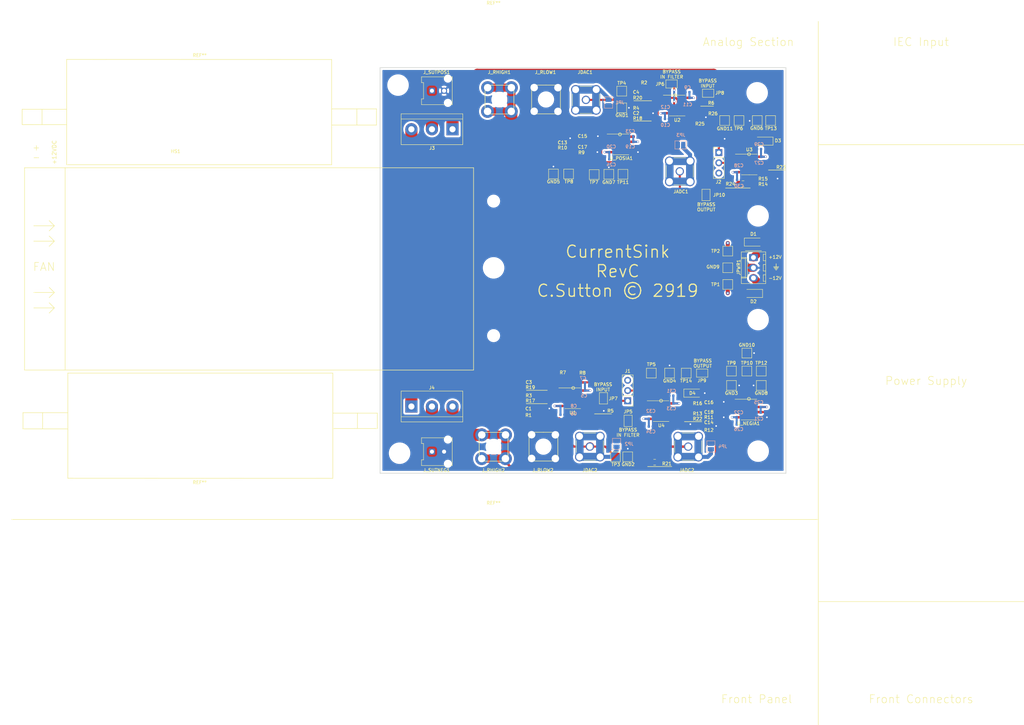
<source format=kicad_pcb>
(kicad_pcb (version 20171130) (host pcbnew "(5.1.2)-2")
  (title_block (title "CurrentModule for Digital CurrentSink") (date 2019-05-06) (rev RevC) (comment 1 https://www.hammfg.com/files/parts/pdf/1454P.pdf))
  (layers (0 F.Cu signal) (1 In1.Cu signal) (2 In2.Cu signal) (31 B.Cu signal) (34 B.Paste user) (35 F.Paste user) (36 B.SilkS user) (37 F.SilkS user) (38 B.Mask user) (39 F.Mask user) (44 Edge.Cuts user))
  (net 0 "")
  (net 1 /CurrentSink/ADCSIG1)
  (net 2 /CurrentSink/ADCSIG2)
  (net 3 GNDS)
  (net 4 "Net-(JADC1-Pad2)")
  (net 5 "Net-(JADC2-Pad2)")
  (net 6 /CurrentSink/DACSIG1)
  (net 7 "Net-(JDAC1-Pad2)")
  (net 8 "Net-(JDAC2-Pad2)")
  (net 9 /CurrentSink/DACSIG2)
  (net 10 /CurrentSink/DUT_NEG)
  (net 11 /CurrentSink/DUT_POS)
  (net 12 "Net-(J1-Pad2)")
  (net 13 "Net-(J2-Pad2)")
  (net 14 "Net-(R13-Pad1)")
  (net 15 "Net-(R14-Pad1)")
  (net 16 "Net-(R21-Pad2)")
  (net 17 "Net-(R22-Pad1)")
  (net 18 "Net-(R23-Pad2)")
  (net 19 "Net-(R24-Pad2)")
  (net 20 "Net-(D1-Pad2)")
  (net 21 "Net-(D2-Pad1)")
  (net 22 "Net-(C1-Pad1)")
  (net 23 "Net-(C2-Pad1)")
  (net 24 "Net-(C3-Pad2)")
  (net 25 "Net-(C3-Pad1)")
  (net 26 "Net-(C4-Pad2)")
  (net 27 "Net-(C4-Pad1)")
  (net 28 "Net-(C13-Pad1)")
  (net 29 "Net-(C14-Pad1)")
  (net 30 "Net-(C15-Pad1)")
  (net 31 "Net-(C16-Pad1)")
  (net 32 "Net-(J1-Pad1)")
  (net 33 "Net-(J2-Pad1)")
  (net 34 "Net-(J3-Pad3)")
  (net 35 "Net-(J3-Pad1)")
  (net 36 "Net-(J4-Pad3)")
  (net 37 "Net-(J4-Pad1)")
  (net 38 "Net-(JP5-Pad1)")
  (net 39 "Net-(JP6-Pad1)")
  (net 40 "Net-(R5-Pad2)")
  (net 41 "Net-(R19-Pad2)")
  (net 42 "Net-(R20-Pad2)")
  (net 43 +12V)
  (net 44 -12V)
  (net 45 "Net-(JP7-Pad1)")
  (net 46 "Net-(JP8-Pad1)")
  (net 47 "Net-(R25-Pad2)")
  (net 48 "Net-(JP9-Pad1)")
  (net 49 "Net-(JP10-Pad1)")
  (module 1458G4_OUTLINE:1458G4 (layer F.Cu) (at 214.757 132.969)
    (fp_text reference REF** hide)
    (fp_text value 1458G4)
    (fp_text user "IEC Input" (at 99.06 -81.28) (layer F.SilkS) (effects (font (size 2 2))))
    (fp_text user "Analog Section" (at 56.388 -81.28) (layer F.SilkS) (effects (font (size 2 2))))
    (fp_text user "Front Panel" (at 58.42 81.28) (layer F.SilkS) (effects (font (size 2 2))))
    (fp_text user "Front Connectors" (at 99.06 81.28) (layer F.SilkS) (effects (font (size 2 2))))
    (fp_text user "Power Supply" (at 100.33 2.54) (layer F.SilkS) (effects (font (size 2 2))))
  )
  (module FischerElectronikFanHeatsink:LAM_5_100_12 (layer F.Cu) (at 151.257 107.823)
    (fp_text reference HS1 (at -21.717 -29.083) (layer F.SilkS) (effects (font (size 0.8 0.8))))
    (fp_text value "Power Resistor Heatsink")
    (fp_text user FAN (at -54.229 -0.508) (layer F.SilkS) (effects (font (size 2 2))))
  )
  (module AlumHousedResistors:TEConn_HSC100_ExtConn (layer F.Cu) (at 135.509 70.231)
    (fp_text reference REF** (at 0 -15.24) (layer F.SilkS) (effects (font (size 0.8 0.8))))
    (fp_text value TEConn_HSC100_ExtConn)
  )
  (module AlumHousedResistors:TEConn_HSC100_ExtConn (layer F.Cu) (at 135.509 145.415 180)
    (fp_text reference REF** (at 0 -15.24) (layer F.SilkS) (effects (font (size 0.8 0.8))))
    (fp_text value TEConn_HSC100_ExtConn)
  )
  (module Jumper:SolderJumper-2_P1.3mm_Open_Pad1.0x1.5mm (layer F.Cu) (at 260.6675 89.535 90)
    (fp_text reference JP10 (at 0 3.2385 180) (layer F.SilkS) (effects (font (size 0.8 0.8))))
    (fp_text value BYPASS)
    (pad 1 smd rect (at -0.65 0 90) (size 1 1.5) (layers F.Cu F.Mask) (net 49 "Net-(JP10-Pad1)"))
    (pad 2 smd rect (at 0.65 0 90) (size 1 1.5) (layers F.Cu F.Mask) (net 1 /CurrentSink/ADCSIG1))
  )
  (module Jumper:SolderJumper-2_P1.3mm_Open_Pad1.0x1.5mm (layer F.Cu) (at 259.715 133.604 180)
    (fp_text reference JP9 (at 0.0635 -1.8415) (layer F.SilkS) (effects (font (size 0.8 0.8))))
    (fp_text value BYPASS)
    (pad 1 smd rect (at -0.65 0 180) (size 1 1.5) (layers F.Cu F.Mask) (net 48 "Net-(JP9-Pad1)"))
    (pad 2 smd rect (at 0.65 0 180) (size 1 1.5) (layers F.Cu F.Mask) (net 2 /CurrentSink/ADCSIG2))
  )
  (module TestPoint:TestPoint_Pad_2.0x2.0mm (layer F.Cu) (at 270.764 128.651)
    (fp_text reference GND10 (at 0 -1.998) (layer F.SilkS) (effects (font (size 0.8 0.8))))
    (fp_text value TestPoint)
    (pad 1 smd rect (at 0 0) (size 2 2) (layers F.Cu F.Mask) (net 3 GNDS))
  )
  (module Wurth_WP_THRBU_REDCUBE_TH:Wurth_74651173 (layer F.Cu) (at 209.6008 65.9384 90)
    (fp_text reference J_RHIGH1 (at 6.7564 -0.0508 180) (layer F.SilkS) (effects (font (size 0.8 0.8))))
    (fp_text value "Wurth 74650195R")
    (pad 1 thru_hole circle (at -2.921 -2.9464 90) (size 3.2 3.2) (drill 1.85) (layers *.Cu *.Mask) (net 34 "Net-(J3-Pad3)"))
    (pad 1 thru_hole circle (at 2.9464 -2.921 90) (size 3.2 3.2) (drill 1.85) (layers *.Cu *.Mask) (net 34 "Net-(J3-Pad3)"))
    (pad 1 thru_hole circle (at -2.921 2.921 90) (size 3.2 3.2) (drill 1.85) (layers *.Cu *.Mask) (net 34 "Net-(J3-Pad3)"))
    (pad 1 thru_hole circle (at 2.9464 2.9464 90) (size 3.2 3.2) (drill 1.85) (layers *.Cu *.Mask) (net 34 "Net-(J3-Pad3)"))
    (pad "" np_thru_hole circle (at 0 0 90) (size 3 3) (drill 3) (layers *.Cu *.Mask))
  )
  (module Jumper:SolderJumper-2_P1.3mm_Open_Pad1.0x1.5mm (layer B.Cu) (at 261.874 151.765 270)
    (fp_text reference JP4 (at 0 -2.921 180) (layer B.SilkS) (effects (font (size 0.8 0.8)) (justify mirror)))
    (fp_text value Isolation)
    (pad 1 smd rect (at -0.65 0 270) (size 1 1.5) (layers B.Cu B.Mask) (net 3 GNDS))
    (pad 2 smd rect (at 0.65 0 270) (size 1 1.5) (layers B.Cu B.Mask) (net 5 "Net-(JADC2-Pad2)"))
  )
  (module Jumper:SolderJumper-2_P1.3mm_Open_Pad1.0x1.5mm (layer B.Cu) (at 254.3833 77.1525)
    (fp_text reference JP3 (at 0.0635 -2.4257) (layer B.SilkS) (effects (font (size 0.8 0.8)) (justify mirror)))
    (fp_text value Isolation)
    (pad 1 smd rect (at -0.65 0) (size 1 1.5) (layers B.Cu B.Mask) (net 3 GNDS))
    (pad 2 smd rect (at 0.65 0) (size 1 1.5) (layers B.Cu B.Mask) (net 4 "Net-(JADC1-Pad2)"))
  )
  (module Jumper:SolderJumper-2_P1.3mm_Open_Pad1.0x1.5mm (layer B.Cu) (at 238.5441 151.1427 90)
    (fp_text reference JP2 (at 0 3.1115 180) (layer B.SilkS) (effects (font (size 0.8 0.8)) (justify mirror)))
    (fp_text value Isolation)
    (pad 1 smd rect (at -0.65 0 90) (size 1 1.5) (layers B.Cu B.Mask) (net 8 "Net-(JDAC2-Pad2)"))
    (pad 2 smd rect (at 0.65 0 90) (size 1 1.5) (layers B.Cu B.Mask) (net 3 GNDS))
  )
  (module Jumper:SolderJumper-2_P1.3mm_Open_Pad1.0x1.5mm (layer B.Cu) (at 236.5629 66.6646 270)
    (fp_text reference JP1 (at 0 -2.7813 180) (layer B.SilkS) (effects (font (size 0.8 0.8)) (justify mirror)))
    (fp_text value Isolation)
    (pad 1 smd rect (at -0.65 0 270) (size 1 1.5) (layers B.Cu B.Mask) (net 7 "Net-(JDAC1-Pad2)"))
    (pad 2 smd rect (at 0.65 0 270) (size 1 1.5) (layers B.Cu B.Mask) (net 3 GNDS))
  )
  (module Wurth_WP_THRBU_REDCUBE_TH:Wurth_74651173 (layer F.Cu) (at 221.107 65.913)
    (fp_text reference J_RLOW1 (at -0.127 -6.731 180) (layer F.SilkS) (effects (font (size 0.8 0.8))))
    (fp_text value "Wurth 74650195R")
    (pad "" np_thru_hole circle (at 0 0) (size 3 3) (drill 3) (layers *.Cu *.Mask))
    (pad 1 thru_hole circle (at 2.9464 2.9464) (size 3.2 3.2) (drill 1.85) (layers *.Cu *.Mask) (net 3 GNDS))
    (pad 1 thru_hole circle (at -2.921 2.921) (size 3.2 3.2) (drill 1.85) (layers *.Cu *.Mask) (net 3 GNDS))
    (pad 1 thru_hole circle (at 2.9464 -2.921) (size 3.2 3.2) (drill 1.85) (layers *.Cu *.Mask) (net 3 GNDS))
    (pad 1 thru_hole circle (at -2.921 -2.9464) (size 3.2 3.2) (drill 1.85) (layers *.Cu *.Mask) (net 3 GNDS))
  )
  (module Wurth_WP_THRBU_REDCUBE_TH:Wurth_74651173 (layer F.Cu) (at 220.472 151.7904)
    (fp_text reference J_RLOW2 (at -0.127 5.8166 180) (layer F.SilkS) (effects (font (size 0.8 0.8))))
    (fp_text value "Wurth 74650195R")
    (pad 1 thru_hole circle (at -2.921 -2.9464) (size 3.2 3.2) (drill 1.85) (layers *.Cu *.Mask) (net 3 GNDS))
    (pad 1 thru_hole circle (at 2.9464 -2.921) (size 3.2 3.2) (drill 1.85) (layers *.Cu *.Mask) (net 3 GNDS))
    (pad 1 thru_hole circle (at -2.921 2.921) (size 3.2 3.2) (drill 1.85) (layers *.Cu *.Mask) (net 3 GNDS))
    (pad 1 thru_hole circle (at 2.9464 2.9464) (size 3.2 3.2) (drill 1.85) (layers *.Cu *.Mask) (net 3 GNDS))
    (pad "" np_thru_hole circle (at 0 0) (size 3 3) (drill 3) (layers *.Cu *.Mask))
  )
  (module Wurth_WP_THRBU_REDCUBE_TH:Wurth_74651173 (layer F.Cu) (at 208.153 151.8285 90)
    (fp_text reference J_RHIGH2 (at -5.7785 -0.0635 180) (layer F.SilkS) (effects (font (size 0.8 0.8))))
    (fp_text value "Wurth 74650195R")
    (pad "" np_thru_hole circle (at 0 0 90) (size 3 3) (drill 3) (layers *.Cu *.Mask))
    (pad 1 thru_hole circle (at 2.9464 2.9464 90) (size 3.2 3.2) (drill 1.85) (layers *.Cu *.Mask) (net 36 "Net-(J4-Pad3)"))
    (pad 1 thru_hole circle (at -2.921 2.921 90) (size 3.2 3.2) (drill 1.85) (layers *.Cu *.Mask) (net 36 "Net-(J4-Pad3)"))
    (pad 1 thru_hole circle (at 2.9464 -2.921 90) (size 3.2 3.2) (drill 1.85) (layers *.Cu *.Mask) (net 36 "Net-(J4-Pad3)"))
    (pad 1 thru_hole circle (at -2.921 -2.9464 90) (size 3.2 3.2) (drill 1.85) (layers *.Cu *.Mask) (net 36 "Net-(J4-Pad3)"))
  )
  (module MountingHole:MountingHole_4.3mm_M4_ISO14580 (layer F.Cu) (at 273.5326 120.3706)
    (fp_text reference REF** hide)
    (fp_text value MountingHole_4.3mm_M4_ISO14580)
    (pad 1 np_thru_hole circle (at 0 0) (size 4.3 4.3) (drill 4.3) (layers *.Cu *.Mask))
  )
  (module Package_SO:SOIC-8_3.9x4.9mm_P1.27mm (layer F.Cu) (at 249.555 143.002)
    (fp_text reference U4 (at 0.0635 3.556) (layer F.SilkS) (effects (font (size 0.8 0.8))))
    (fp_text value LTC2058)
    (pad 8 smd roundrect (at 2.475 -1.905) (size 1.95 0.6) (layers F.Cu F.Paste F.Mask) (net 43 +12V))
    (pad 7 smd roundrect (at 2.475 -0.635) (size 1.95 0.6) (layers F.Cu F.Paste F.Mask) (net 2 /CurrentSink/ADCSIG2))
    (pad 6 smd roundrect (at 2.475 0.635) (size 1.95 0.6) (layers F.Cu F.Paste F.Mask) (net 14 "Net-(R13-Pad1)"))
    (pad 5 smd roundrect (at 2.475 1.905) (size 1.95 0.6) (layers F.Cu F.Paste F.Mask) (net 17 "Net-(R22-Pad1)"))
    (pad 4 smd roundrect (at -2.475 1.905) (size 1.95 0.6) (layers F.Cu F.Paste F.Mask) (net 44 -12V))
    (pad 3 smd roundrect (at -2.475 0.635) (size 1.95 0.6) (layers F.Cu F.Paste F.Mask) (net 12 "Net-(J1-Pad2)"))
    (pad 2 smd roundrect (at -2.475 -0.635) (size 1.95 0.6) (layers F.Cu F.Paste F.Mask) (net 16 "Net-(R21-Pad2)"))
    (pad 1 smd roundrect (at -2.475 -1.905) (size 1.95 0.6) (layers F.Cu F.Paste F.Mask) (net 37 "Net-(J4-Pad1)"))
  )
  (module Package_SO:SOIC-8_3.9x4.9mm_P1.27mm (layer F.Cu) (at 271.3609 81.9912)
    (fp_text reference U3 (at 0 -3.683) (layer F.SilkS) (effects (font (size 0.8 0.8))))
    (fp_text value LTC2058)
    (pad 8 smd roundrect (at 2.475 -1.905) (size 1.95 0.6) (layers F.Cu F.Paste F.Mask) (net 43 +12V))
    (pad 7 smd roundrect (at 2.475 -0.635) (size 1.95 0.6) (layers F.Cu F.Paste F.Mask) (net 1 /CurrentSink/ADCSIG1))
    (pad 6 smd roundrect (at 2.475 0.635) (size 1.95 0.6) (layers F.Cu F.Paste F.Mask) (net 18 "Net-(R23-Pad2)"))
    (pad 5 smd roundrect (at 2.475 1.905) (size 1.95 0.6) (layers F.Cu F.Paste F.Mask) (net 15 "Net-(R14-Pad1)"))
    (pad 4 smd roundrect (at -2.475 1.905) (size 1.95 0.6) (layers F.Cu F.Paste F.Mask) (net 44 -12V))
    (pad 3 smd roundrect (at -2.475 0.635) (size 1.95 0.6) (layers F.Cu F.Paste F.Mask) (net 13 "Net-(J2-Pad2)"))
    (pad 2 smd roundrect (at -2.475 -0.635) (size 1.95 0.6) (layers F.Cu F.Paste F.Mask) (net 19 "Net-(R24-Pad2)"))
    (pad 1 smd roundrect (at -2.475 -1.905) (size 1.95 0.6) (layers F.Cu F.Paste F.Mask) (net 35 "Net-(J3-Pad1)"))
  )
  (module Package_SO:SOIC-8_3.9x4.9mm_P1.27mm (layer F.Cu) (at 253.5428 67.4116)
    (fp_text reference U2 (at 0.0127 3.5814) (layer F.SilkS) (effects (font (size 0.8 0.8))))
    (fp_text value LTC2058)
    (pad 8 smd roundrect (at 2.475 -1.905) (size 1.95 0.6) (layers F.Cu F.Paste F.Mask) (net 43 +12V))
    (pad 7 smd roundrect (at 2.475 -0.635) (size 1.95 0.6) (layers F.Cu F.Paste F.Mask) (net 33 "Net-(J2-Pad1)"))
    (pad 6 smd roundrect (at 2.475 0.635) (size 1.95 0.6) (layers F.Cu F.Paste F.Mask) (net 46 "Net-(JP8-Pad1)"))
    (pad 5 smd roundrect (at 2.475 1.905) (size 1.95 0.6) (layers F.Cu F.Paste F.Mask) (net 47 "Net-(R25-Pad2)"))
    (pad 4 smd roundrect (at -2.475 1.905) (size 1.95 0.6) (layers F.Cu F.Paste F.Mask) (net 44 -12V))
    (pad 3 smd roundrect (at -2.475 0.635) (size 1.95 0.6) (layers F.Cu F.Paste F.Mask) (net 39 "Net-(JP6-Pad1)"))
    (pad 2 smd roundrect (at -2.475 -0.635) (size 1.95 0.6) (layers F.Cu F.Paste F.Mask) (net 42 "Net-(R20-Pad2)"))
    (pad 1 smd roundrect (at -2.475 -1.905) (size 1.95 0.6) (layers F.Cu F.Paste F.Mask) (net 27 "Net-(C4-Pad1)"))
  )
  (module TerminalBlock:TerminalBlock_bornier-3_P5.08mm (layer F.Cu) (at 187.833 141.859)
    (fp_text reference J4 (at 5.05 -4.65) (layer F.SilkS) (effects (font (size 0.8 0.8))))
    (fp_text value MosfetSocketx3)
    (pad 3 thru_hole circle (at 10.16 0) (size 3 3) (drill 1.52) (layers *.Cu *.Mask) (net 36 "Net-(J4-Pad3)"))
    (pad 2 thru_hole circle (at 5.08 0) (size 3 3) (drill 1.52) (layers *.Cu *.Mask) (net 10 /CurrentSink/DUT_NEG))
    (pad 1 thru_hole rect (at 0 0) (size 3 3) (drill 1.52) (layers *.Cu *.Mask) (net 37 "Net-(J4-Pad1)"))
  )
  (module TerminalBlock:TerminalBlock_bornier-3_P5.08mm (layer F.Cu) (at 197.993 73.279 180)
    (fp_text reference J3 (at 5.05 -4.65) (layer F.SilkS) (effects (font (size 0.8 0.8))))
    (fp_text value MosfetSocketx3)
    (pad 3 thru_hole circle (at 10.16 0 180) (size 3 3) (drill 1.52) (layers *.Cu *.Mask) (net 34 "Net-(J3-Pad3)"))
    (pad 2 thru_hole circle (at 5.08 0 180) (size 3 3) (drill 1.52) (layers *.Cu *.Mask) (net 11 /CurrentSink/DUT_POS))
    (pad 1 thru_hole rect (at 0 0 180) (size 3 3) (drill 1.52) (layers *.Cu *.Mask) (net 35 "Net-(J3-Pad1)"))
  )
  (module Package_SO:SOIC-8_3.9x4.9mm_P1.27mm (layer F.Cu) (at 239.649 77.0255)
    (fp_text reference U_POSIA1 (at 0.0635 3.429) (layer F.SilkS) (effects (font (size 0.8 0.8))))
    (fp_text value INA128UA)
    (pad 8 smd roundrect (at 2.475 -1.905) (size 1.95 0.6) (layers F.Cu F.Paste F.Mask))
    (pad 7 smd roundrect (at 2.475 -0.635) (size 1.95 0.6) (layers F.Cu F.Paste F.Mask) (net 43 +12V))
    (pad 6 smd roundrect (at 2.475 0.635) (size 1.95 0.6) (layers F.Cu F.Paste F.Mask) (net 49 "Net-(JP10-Pad1)"))
    (pad 5 smd roundrect (at 2.475 1.905) (size 1.95 0.6) (layers F.Cu F.Paste F.Mask) (net 3 GNDS))
    (pad 4 smd roundrect (at -2.475 1.905) (size 1.95 0.6) (layers F.Cu F.Paste F.Mask) (net 44 -12V))
    (pad 3 smd roundrect (at -2.475 0.635) (size 1.95 0.6) (layers F.Cu F.Paste F.Mask) (net 28 "Net-(C13-Pad1)"))
    (pad 2 smd roundrect (at -2.475 -0.635) (size 1.95 0.6) (layers F.Cu F.Paste F.Mask) (net 30 "Net-(C15-Pad1)"))
    (pad 1 smd roundrect (at -2.475 -1.905) (size 1.95 0.6) (layers F.Cu F.Paste F.Mask))
  )
  (module Package_SO:SOIC-8_3.9x4.9mm_P1.27mm (layer F.Cu) (at 271.272 142.621)
    (fp_text reference U_NEGIA1 (at -0.127 3.429) (layer F.SilkS) (effects (font (size 0.8 0.8))))
    (fp_text value INA128UA)
    (pad 8 smd roundrect (at 2.475 -1.905) (size 1.95 0.6) (layers F.Cu F.Paste F.Mask))
    (pad 7 smd roundrect (at 2.475 -0.635) (size 1.95 0.6) (layers F.Cu F.Paste F.Mask) (net 43 +12V))
    (pad 6 smd roundrect (at 2.475 0.635) (size 1.95 0.6) (layers F.Cu F.Paste F.Mask) (net 48 "Net-(JP9-Pad1)"))
    (pad 5 smd roundrect (at 2.475 1.905) (size 1.95 0.6) (layers F.Cu F.Paste F.Mask) (net 3 GNDS))
    (pad 4 smd roundrect (at -2.475 1.905) (size 1.95 0.6) (layers F.Cu F.Paste F.Mask) (net 44 -12V))
    (pad 3 smd roundrect (at -2.475 0.635) (size 1.95 0.6) (layers F.Cu F.Paste F.Mask) (net 29 "Net-(C14-Pad1)"))
    (pad 2 smd roundrect (at -2.475 -0.635) (size 1.95 0.6) (layers F.Cu F.Paste F.Mask) (net 31 "Net-(C16-Pad1)"))
    (pad 1 smd roundrect (at -2.475 -1.905) (size 1.95 0.6) (layers F.Cu F.Paste F.Mask))
  )
  (module Package_SO:SOIC-8_3.9x4.9mm_P1.27mm (layer F.Cu) (at 227.711 139.827)
    (fp_text reference U1 (at 0 3.556) (layer F.SilkS) (effects (font (size 0.8 0.8))))
    (fp_text value LTC2058)
    (pad 8 smd roundrect (at 2.475 -1.905) (size 1.95 0.6) (layers F.Cu F.Paste F.Mask) (net 43 +12V))
    (pad 7 smd roundrect (at 2.475 -0.635) (size 1.95 0.6) (layers F.Cu F.Paste F.Mask) (net 32 "Net-(J1-Pad1)"))
    (pad 6 smd roundrect (at 2.475 0.635) (size 1.95 0.6) (layers F.Cu F.Paste F.Mask) (net 45 "Net-(JP7-Pad1)"))
    (pad 5 smd roundrect (at 2.475 1.905) (size 1.95 0.6) (layers F.Cu F.Paste F.Mask) (net 40 "Net-(R5-Pad2)"))
    (pad 4 smd roundrect (at -2.475 1.905) (size 1.95 0.6) (layers F.Cu F.Paste F.Mask) (net 44 -12V))
    (pad 3 smd roundrect (at -2.475 0.635) (size 1.95 0.6) (layers F.Cu F.Paste F.Mask) (net 38 "Net-(JP5-Pad1)"))
    (pad 2 smd roundrect (at -2.475 -0.635) (size 1.95 0.6) (layers F.Cu F.Paste F.Mask) (net 41 "Net-(R19-Pad2)"))
    (pad 1 smd roundrect (at -2.475 -1.905) (size 1.95 0.6) (layers F.Cu F.Paste F.Mask) (net 25 "Net-(C3-Pad1)"))
  )
  (module TestPoint:TestPoint_Pad_2.0x2.0mm (layer F.Cu) (at 255.778 133.604)
    (fp_text reference TP14 (at -0.0635 1.905) (layer F.SilkS) (effects (font (size 0.8 0.8))))
    (fp_text value TestPoint)
    (pad 1 smd rect (at 0 0) (size 2 2) (layers F.Cu F.Mask) (net 2 /CurrentSink/ADCSIG2))
  )
  (module TestPoint:TestPoint_Pad_2.0x2.0mm (layer F.Cu) (at 276.6314 71.12 270)
    (fp_text reference TP13 (at 1.9558 -0.0508 180) (layer F.SilkS) (effects (font (size 0.8 0.8))))
    (fp_text value TestPoint)
    (pad 1 smd rect (at 0 0 270) (size 2 2) (layers F.Cu F.Mask) (net 1 /CurrentSink/ADCSIG1))
  )
  (module TestPoint:TestPoint_Pad_2.0x2.0mm (layer F.Cu) (at 274.32 133.096)
    (fp_text reference TP12 (at 0 -1.998) (layer F.SilkS) (effects (font (size 0.8 0.8))))
    (fp_text value TestPoint)
    (pad 1 smd rect (at 0 0) (size 2 2) (layers F.Cu F.Mask) (net 48 "Net-(JP9-Pad1)"))
  )
  (module TestPoint:TestPoint_Pad_2.0x2.0mm (layer F.Cu) (at 240.1316 84.4169)
    (fp_text reference TP11 (at 0 1.9685) (layer F.SilkS) (effects (font (size 0.8 0.8))))
    (fp_text value TestPoint)
    (pad 1 smd rect (at 0 0) (size 2 2) (layers F.Cu F.Mask) (net 49 "Net-(JP10-Pad1)"))
  )
  (module TestPoint:TestPoint_Pad_2.0x2.0mm (layer F.Cu) (at 270.764 133.096)
    (fp_text reference TP10 (at 0 -1.998) (layer F.SilkS) (effects (font (size 0.8 0.8))))
    (fp_text value TestPoint)
    (pad 1 smd rect (at 0 0) (size 2 2) (layers F.Cu F.Mask) (net 29 "Net-(C14-Pad1)"))
  )
  (module TestPoint:TestPoint_Pad_2.0x2.0mm (layer F.Cu) (at 266.954 133.096)
    (fp_text reference TP9 (at 0 -1.998) (layer F.SilkS) (effects (font (size 0.8 0.8))))
    (fp_text value TestPoint)
    (pad 1 smd rect (at 0 0) (size 2 2) (layers F.Cu F.Mask) (net 31 "Net-(C16-Pad1)"))
  )
  (module TestPoint:TestPoint_Pad_2.0x2.0mm (layer F.Cu) (at 226.695 84.3407)
    (fp_text reference TP8 (at 0.0635 1.905) (layer F.SilkS) (effects (font (size 0.8 0.8))))
    (fp_text value TestPoint)
    (pad 1 smd rect (at 0 0) (size 2 2) (layers F.Cu F.Mask) (net 28 "Net-(C13-Pad1)"))
  )
  (module TestPoint:TestPoint_Pad_2.0x2.0mm (layer F.Cu) (at 233.0196 84.4804)
    (fp_text reference TP7 (at -0.0635 1.905) (layer F.SilkS) (effects (font (size 0.8 0.8))))
    (fp_text value TestPoint)
    (pad 1 smd rect (at 0 0) (size 2 2) (layers F.Cu F.Mask) (net 30 "Net-(C15-Pad1)"))
  )
  (module TestPoint:TestPoint_Pad_2.0x2.0mm (layer F.Cu) (at 239.8268 63.8556)
    (fp_text reference TP4 (at 0 -1.998) (layer F.SilkS) (effects (font (size 0.8 0.8))))
    (fp_text value TestPoint)
    (pad 1 smd rect (at 0 0) (size 2 2) (layers F.Cu F.Mask) (net 6 /CurrentSink/DACSIG1))
  )
  (module TestPoint:TestPoint_Pad_2.0x2.0mm (layer F.Cu) (at 238.2774 154.305)
    (fp_text reference TP3 (at 0.0635 1.905) (layer F.SilkS) (effects (font (size 0.8 0.8))))
    (fp_text value TestPoint)
    (pad 1 smd rect (at 0 0) (size 2 2) (layers F.Cu F.Mask) (net 9 /CurrentSink/DACSIG2))
  )
  (module TestPoint:TestPoint_Pad_2.0x2.0mm (layer F.Cu) (at 266.0396 103.4161)
    (fp_text reference TP2 (at -3.0226 0 180) (layer F.SilkS) (effects (font (size 0.8 0.8))))
    (fp_text value TestPoint)
    (pad 1 smd rect (at 0 0) (size 2 2) (layers F.Cu F.Mask) (net 43 +12V))
  )
  (module TestPoint:TestPoint_Pad_2.0x2.0mm (layer F.Cu) (at 266.0396 111.6711)
    (fp_text reference TP1 (at -3.0226 0 180) (layer F.SilkS) (effects (font (size 0.8 0.8))))
    (fp_text value TestPoint)
    (pad 1 smd rect (at 0 0) (size 2 2) (layers F.Cu F.Mask) (net 44 -12V))
  )
  (module Resistor_SMD:R_0402_1005Metric (layer F.Cu) (at 260.1468 69.3166 180)
    (fp_text reference R26 (at -2.2352 -0.0889) (layer F.SilkS) (effects (font (size 0.8 0.8))))
    (fp_text value R)
    (pad 2 smd roundrect (at 0.485 0 180) (size 0.59 0.64) (layers F.Cu F.Paste F.Mask) (net 47 "Net-(R25-Pad2)"))
    (pad 1 smd roundrect (at -0.485 0 180) (size 0.59 0.64) (layers F.Cu F.Paste F.Mask) (net 3 GNDS))
  )
  (module Resistor_SMD:R_0402_1005Metric (layer F.Cu) (at 259.1308 70.7136)
    (fp_text reference R25 (at 0.0254 1.2192) (layer F.SilkS) (effects (font (size 0.8 0.8))))
    (fp_text value R)
    (pad 2 smd roundrect (at 0.485 0) (size 0.59 0.64) (layers F.Cu F.Paste F.Mask) (net 47 "Net-(R25-Pad2)"))
    (pad 1 smd roundrect (at -0.485 0) (size 0.59 0.64) (layers F.Cu F.Paste F.Mask) (net 27 "Net-(C4-Pad1)"))
  )
  (module Resistor_SMD:R_0805_2012Metric_Pad1.15x1.40mm_HandSolder (layer F.Cu) (at 269.8115 86.741)
    (fp_text reference R24 (at -3.1115 0.0635) (layer F.SilkS) (effects (font (size 0.8 0.8))))
    (fp_text value R)
    (pad 2 smd roundrect (at 1.025 0) (size 1.15 1.4) (layers F.Cu F.Paste F.Mask) (roundrect_rratio 0.217391) (net 19 "Net-(R24-Pad2)"))
    (pad 1 smd roundrect (at -1.025 0) (size 1.15 1.4) (layers F.Cu F.Paste F.Mask) (roundrect_rratio 0.217391) (net 34 "Net-(J3-Pad3)"))
  )
  (module Resistor_SMD:R_0402_1005Metric (layer F.Cu) (at 277.0759 82.6262 180)
    (fp_text reference R23 (at -2.1336 -0.0508) (layer F.SilkS) (effects (font (size 0.8 0.8))))
    (fp_text value 0R)
    (pad 2 smd roundrect (at 0.485 0 180) (size 0.59 0.64) (layers F.Cu F.Paste F.Mask) (net 18 "Net-(R23-Pad2)"))
    (pad 1 smd roundrect (at -0.485 0 180) (size 0.59 0.64) (layers F.Cu F.Paste F.Mask) (net 1 /CurrentSink/ADCSIG1))
  )
  (module Resistor_SMD:R_0402_1005Metric (layer F.Cu) (at 256.286 144.907)
    (fp_text reference R22 (at 2.286 0) (layer F.SilkS) (effects (font (size 0.8 0.8))))
    (fp_text value R)
    (pad 2 smd roundrect (at 0.485 0) (size 0.59 0.64) (layers F.Cu F.Paste F.Mask) (net 3 GNDS))
    (pad 1 smd roundrect (at -0.485 0) (size 0.59 0.64) (layers F.Cu F.Paste F.Mask) (net 17 "Net-(R22-Pad1)"))
  )
  (module Resistor_SMD:R_0805_2012Metric_Pad1.15x1.40mm_HandSolder (layer F.Cu) (at 247.9675 155.6385 180)
    (fp_text reference R21 (at -3.0099 -0.3683) (layer F.SilkS) (effects (font (size 0.8 0.8))))
    (fp_text value R)
    (pad 1 smd roundrect (at -1.025 0 180) (size 1.15 1.4) (layers F.Cu F.Paste F.Mask) (roundrect_rratio 0.217391) (net 36 "Net-(J4-Pad3)"))
    (pad 2 smd roundrect (at 1.025 0 180) (size 1.15 1.4) (layers F.Cu F.Paste F.Mask) (roundrect_rratio 0.217391) (net 16 "Net-(R21-Pad2)"))
  )
  (module Resistor_SMD:R_0402_1005Metric (layer F.Cu) (at 246.3038 65.5066 180)
    (fp_text reference R20 (at 2.54 0) (layer F.SilkS) (effects (font (size 0.8 0.8))))
    (fp_text value R)
    (pad 2 smd roundrect (at 0.485 0 180) (size 0.59 0.64) (layers F.Cu F.Paste F.Mask) (net 42 "Net-(R20-Pad2)"))
    (pad 1 smd roundrect (at -0.485 0 180) (size 0.59 0.64) (layers F.Cu F.Paste F.Mask) (net 27 "Net-(C4-Pad1)"))
  )
  (module Resistor_SMD:R_0402_1005Metric (layer F.Cu) (at 220.472 137.1346 180)
    (fp_text reference R19 (at 3.2385 0) (layer F.SilkS) (effects (font (size 0.8 0.8))))
    (fp_text value R)
    (pad 2 smd roundrect (at 0.485 0 180) (size 0.59 0.64) (layers F.Cu F.Paste F.Mask) (net 41 "Net-(R19-Pad2)"))
    (pad 1 smd roundrect (at -0.485 0 180) (size 0.59 0.64) (layers F.Cu F.Paste F.Mask) (net 25 "Net-(C3-Pad1)"))
  )
  (module Resistor_SMD:R_0402_1005Metric (layer F.Cu) (at 246.3038 70.5866)
    (fp_text reference R18 (at -2.54 0) (layer F.SilkS) (effects (font (size 0.8 0.8))))
    (fp_text value R)
    (pad 2 smd roundrect (at 0.485 0) (size 0.59 0.64) (layers F.Cu F.Paste F.Mask) (net 39 "Net-(JP6-Pad1)"))
    (pad 1 smd roundrect (at -0.485 0) (size 0.59 0.64) (layers F.Cu F.Paste F.Mask) (net 23 "Net-(C2-Pad1)"))
  )
  (module Resistor_SMD:R_0402_1005Metric (layer F.Cu) (at 220.472 140.4366)
    (fp_text reference R17 (at -3.2385 0) (layer F.SilkS) (effects (font (size 0.8 0.8))))
    (fp_text value R)
    (pad 2 smd roundrect (at 0.485 0) (size 0.59 0.64) (layers F.Cu F.Paste F.Mask) (net 38 "Net-(JP5-Pad1)"))
    (pad 1 smd roundrect (at -0.485 0) (size 0.59 0.64) (layers F.Cu F.Paste F.Mask) (net 22 "Net-(C1-Pad1)"))
  )
  (module Resistor_SMD:R_0402_1005Metric (layer F.Cu) (at 256.286 141.097 180)
    (fp_text reference R16 (at -2.286 0) (layer F.SilkS) (effects (font (size 0.8 0.8))))
    (fp_text value 100R)
    (pad 2 smd roundrect (at 0.485 0 180) (size 0.59 0.64) (layers F.Cu F.Paste F.Mask) (net 2 /CurrentSink/ADCSIG2))
    (pad 1 smd roundrect (at -0.485 0 180) (size 0.59 0.64) (layers F.Cu F.Paste F.Mask) (net 14 "Net-(R13-Pad1)"))
  )
  (module Resistor_SMD:R_0402_1005Metric (layer F.Cu) (at 277.0759 85.4837 180)
    (fp_text reference R15 (at 2.3114 -0.0508) (layer F.SilkS) (effects (font (size 0.8 0.8))))
    (fp_text value 0R)
    (pad 2 smd roundrect (at 0.485 0 180) (size 0.59 0.64) (layers F.Cu F.Paste F.Mask) (net 15 "Net-(R14-Pad1)"))
    (pad 1 smd roundrect (at -0.485 0 180) (size 0.59 0.64) (layers F.Cu F.Paste F.Mask) (net 3 GNDS))
  )
  (module Resistor_SMD:R_0402_1005Metric (layer F.Cu) (at 277.0759 86.8045)
    (fp_text reference R14 (at -2.3114 0.0635) (layer F.SilkS) (effects (font (size 0.8 0.8))))
    (fp_text value 0R)
    (pad 2 smd roundrect (at 0.485 0) (size 0.59 0.64) (layers F.Cu F.Paste F.Mask) (net 49 "Net-(JP10-Pad1)"))
    (pad 1 smd roundrect (at -0.485 0) (size 0.59 0.64) (layers F.Cu F.Paste F.Mask) (net 15 "Net-(R14-Pad1)"))
  )
  (module Resistor_SMD:R_0402_1005Metric (layer F.Cu) (at 256.286 143.637)
    (fp_text reference R13 (at 2.286 0) (layer F.SilkS) (effects (font (size 0.8 0.8))))
    (fp_text value 100R)
    (pad 2 smd roundrect (at 0.485 0) (size 0.59 0.64) (layers F.Cu F.Paste F.Mask) (net 48 "Net-(JP9-Pad1)"))
    (pad 1 smd roundrect (at -0.485 0) (size 0.59 0.64) (layers F.Cu F.Paste F.Mask) (net 14 "Net-(R13-Pad1)"))
  )
  (module Resistor_SMD:R_0402_1005Metric (layer F.Cu) (at 263.652 147.701)
    (fp_text reference R12 (at -2.286 0) (layer F.SilkS) (effects (font (size 0.8 0.8))))
    (fp_text value "22K 1%")
    (pad 2 smd roundrect (at 0.485 0) (size 0.59 0.64) (layers F.Cu F.Paste F.Mask) (net 29 "Net-(C14-Pad1)"))
    (pad 1 smd roundrect (at -0.485 0) (size 0.59 0.64) (layers F.Cu F.Paste F.Mask) (net 36 "Net-(J4-Pad3)"))
  )
  (module Resistor_SMD:R_0402_1005Metric (layer F.Cu) (at 263.652 144.526)
    (fp_text reference R11 (at -2.286 0) (layer F.SilkS) (effects (font (size 0.8 0.8))))
    (fp_text value "22K 1%")
    (pad 2 smd roundrect (at 0.485 0) (size 0.59 0.64) (layers F.Cu F.Paste F.Mask) (net 3 GNDS))
    (pad 1 smd roundrect (at -0.485 0) (size 0.59 0.64) (layers F.Cu F.Paste F.Mask) (net 31 "Net-(C16-Pad1)"))
  )
  (module Resistor_SMD:R_0402_1005Metric (layer F.Cu) (at 227.584 77.851)
    (fp_text reference R10 (at -2.413 0) (layer F.SilkS) (effects (font (size 0.8 0.8))))
    (fp_text value "22K 1%")
    (pad 2 smd roundrect (at 0.485 0) (size 0.59 0.64) (layers F.Cu F.Paste F.Mask) (net 28 "Net-(C13-Pad1)"))
    (pad 1 smd roundrect (at -0.485 0) (size 0.59 0.64) (layers F.Cu F.Paste F.Mask) (net 34 "Net-(J3-Pad3)"))
  )
  (module Resistor_SMD:R_0402_1005Metric (layer F.Cu) (at 232.537 78.9305)
    (fp_text reference R9 (at -2.667 0.127) (layer F.SilkS) (effects (font (size 0.8 0.8))))
    (fp_text value "22K 1%")
    (pad 2 smd roundrect (at 0.485 0) (size 0.59 0.64) (layers F.Cu F.Paste F.Mask) (net 3 GNDS))
    (pad 1 smd roundrect (at -0.485 0) (size 0.59 0.64) (layers F.Cu F.Paste F.Mask) (net 30 "Net-(C15-Pad1)"))
  )
  (module Resistor_SMD:R_0402_1005Metric (layer F.Cu) (at 230.1494 135.4074 270)
    (fp_text reference R8 (at -1.8669 0.0254 180) (layer F.SilkS) (effects (font (size 0.8 0.8))))
    (fp_text value R)
    (pad 2 smd roundrect (at 0.485 0 270) (size 0.59 0.64) (layers F.Cu F.Paste F.Mask) (net 32 "Net-(J1-Pad1)"))
    (pad 1 smd roundrect (at -0.485 0 270) (size 0.59 0.64) (layers F.Cu F.Paste F.Mask) (net 45 "Net-(JP7-Pad1)"))
  )
  (module Resistor_SMD:R_0402_1005Metric (layer F.Cu) (at 225.2726 135.4074 90)
    (fp_text reference R7 (at 1.9304 0 180) (layer F.SilkS) (effects (font (size 0.8 0.8))))
    (fp_text value R)
    (pad 2 smd roundrect (at 0.485 0 90) (size 0.59 0.64) (layers F.Cu F.Paste F.Mask) (net 45 "Net-(JP7-Pad1)"))
    (pad 1 smd roundrect (at -0.485 0 90) (size 0.59 0.64) (layers F.Cu F.Paste F.Mask) (net 25 "Net-(C3-Pad1)"))
  )
  (module Resistor_SMD:R_0402_1005Metric (layer F.Cu) (at 260.1468 66.7766)
    (fp_text reference R6 (at 1.7907 0) (layer F.SilkS) (effects (font (size 0.8 0.8))))
    (fp_text value R)
    (pad 2 smd roundrect (at 0.485 0) (size 0.59 0.64) (layers F.Cu F.Paste F.Mask) (net 46 "Net-(JP8-Pad1)"))
    (pad 1 smd roundrect (at -0.485 0) (size 0.59 0.64) (layers F.Cu F.Paste F.Mask) (net 33 "Net-(J2-Pad1)"))
  )
  (module Resistor_SMD:R_0402_1005Metric (layer F.Cu) (at 234.061 142.9385 180)
    (fp_text reference R5 (at -2.9845 0) (layer F.SilkS) (effects (font (size 0.8 0.8))))
    (fp_text value R)
    (pad 2 smd roundrect (at 0.485 0 180) (size 0.59 0.64) (layers F.Cu F.Paste F.Mask) (net 40 "Net-(R5-Pad2)"))
    (pad 1 smd roundrect (at -0.485 0 180) (size 0.59 0.64) (layers F.Cu F.Paste F.Mask) (net 3 GNDS))
  )
  (module Resistor_SMD:R_0402_1005Metric (layer F.Cu) (at 246.3038 68.0466 180)
    (fp_text reference R4 (at 2.921 0) (layer F.SilkS) (effects (font (size 0.8 0.8))))
    (fp_text value R)
    (pad 2 smd roundrect (at 0.485 0 180) (size 0.59 0.64) (layers F.Cu F.Paste F.Mask) (net 26 "Net-(C4-Pad2)"))
    (pad 1 smd roundrect (at -0.485 0 180) (size 0.59 0.64) (layers F.Cu F.Paste F.Mask) (net 39 "Net-(JP6-Pad1)"))
  )
  (module Resistor_SMD:R_0402_1005Metric (layer F.Cu) (at 220.472 139.1666 180)
    (fp_text reference R3 (at 3.6195 0) (layer F.SilkS) (effects (font (size 0.8 0.8))))
    (fp_text value R)
    (pad 2 smd roundrect (at 0.485 0 180) (size 0.59 0.64) (layers F.Cu F.Paste F.Mask) (net 24 "Net-(C3-Pad2)"))
    (pad 1 smd roundrect (at -0.485 0 180) (size 0.59 0.64) (layers F.Cu F.Paste F.Mask) (net 38 "Net-(JP5-Pad1)"))
  )
  (module Resistor_SMD:R_0402_1005Metric (layer F.Cu) (at 245.3513 62.8396 180)
    (fp_text reference R2 (at 0 1.0795) (layer F.SilkS) (effects (font (size 0.8 0.8))))
    (fp_text value R)
    (pad 2 smd roundrect (at 0.485 0 180) (size 0.59 0.64) (layers F.Cu F.Paste F.Mask) (net 6 /CurrentSink/DACSIG1))
    (pad 1 smd roundrect (at -0.485 0 180) (size 0.59 0.64) (layers F.Cu F.Paste F.Mask) (net 26 "Net-(C4-Pad2)"))
  )
  (module Resistor_SMD:R_0402_1005Metric (layer F.Cu) (at 220.4085 144.018)
    (fp_text reference R1 (at -3.6195 0) (layer F.SilkS) (effects (font (size 0.8 0.8))))
    (fp_text value R)
    (pad 2 smd roundrect (at 0.485 0) (size 0.59 0.64) (layers F.Cu F.Paste F.Mask) (net 9 /CurrentSink/DACSIG2))
    (pad 1 smd roundrect (at -0.485 0) (size 0.59 0.64) (layers F.Cu F.Paste F.Mask) (net 24 "Net-(C3-Pad2)"))
  )
  (module Jumper:SolderJumper-2_P1.3mm_Open_Pad1.0x1.5mm (layer F.Cu) (at 261.1882 64.3636)
    (fp_text reference JP8 (at 2.8702 -0.0762) (layer F.SilkS) (effects (font (size 0.8 0.8))))
    (fp_text value BYPASS)
    (pad 1 smd rect (at -0.65 0) (size 1 1.5) (layers F.Cu F.Mask) (net 46 "Net-(JP8-Pad1)"))
    (pad 2 smd rect (at 0.65 0) (size 1 1.5) (layers F.Cu F.Mask) (net 33 "Net-(J2-Pad1)"))
  )
  (module Jumper:SolderJumper-2_P1.3mm_Open_Pad1.0x1.5mm (layer F.Cu) (at 235.3056 139.827 90)
    (fp_text reference JP7 (at -0.0762 2.413) (layer F.SilkS) (effects (font (size 0.8 0.8))))
    (fp_text value BYPASS)
    (pad 1 smd rect (at -0.65 0 90) (size 1 1.5) (layers F.Cu F.Mask) (net 45 "Net-(JP7-Pad1)"))
    (pad 2 smd rect (at 0.65 0 90) (size 1 1.5) (layers F.Cu F.Mask) (net 32 "Net-(J1-Pad1)"))
  )
  (module Jumper:SolderJumper-2_P1.3mm_Open_Pad1.0x1.5mm (layer F.Cu) (at 252.1458 62.0776 180)
    (fp_text reference JP6 (at 2.8448 -0.0254) (layer F.SilkS) (effects (font (size 0.8 0.8))))
    (fp_text value BYPASS)
    (pad 1 smd rect (at -0.65 0 180) (size 1 1.5) (layers F.Cu F.Mask) (net 39 "Net-(JP6-Pad1)"))
    (pad 2 smd rect (at 0.65 0 180) (size 1 1.5) (layers F.Cu F.Mask) (net 27 "Net-(C4-Pad1)"))
  )
  (module Jumper:SolderJumper-2_P1.3mm_Open_Pad1.0x1.5mm (layer F.Cu) (at 241.4016 145.415 90)
    (fp_text reference JP5 (at 2.286 0 180) (layer F.SilkS) (effects (font (size 0.8 0.8))))
    (fp_text value BYPASS)
    (pad 1 smd rect (at -0.65 0 90) (size 1 1.5) (layers F.Cu F.Mask) (net 38 "Net-(JP5-Pad1)"))
    (pad 2 smd rect (at 0.65 0 90) (size 1 1.5) (layers F.Cu F.Mask) (net 25 "Net-(C3-Pad1)"))
  )
  (module Connector_PinHeader_2.54mm:PinHeader_1x03_P2.54mm_Vertical (layer F.Cu) (at 263.8298 79.0448)
    (fp_text reference J2 (at -0.0762 7.2644) (layer F.SilkS) (effects (font (size 0.8 0.8))))
    (fp_text value Conn_01x03)
    (pad 3 thru_hole oval (at 0 5.08) (size 1.7 1.7) (drill 1) (layers *.Cu *.Mask))
    (pad 2 thru_hole oval (at 0 2.54) (size 1.7 1.7) (drill 1) (layers *.Cu *.Mask) (net 13 "Net-(J2-Pad2)"))
    (pad 1 thru_hole rect (at 0 0) (size 1.7 1.7) (drill 1) (layers *.Cu *.Mask) (net 33 "Net-(J2-Pad1)"))
  )
  (module Connector_PinHeader_2.54mm:PinHeader_1x03_P2.54mm_Vertical (layer F.Cu) (at 241.3 140.462 180)
    (fp_text reference J1 (at 0 7.366) (layer F.SilkS) (effects (font (size 0.8 0.8))))
    (fp_text value Conn_01x03)
    (pad 3 thru_hole oval (at 0 5.08 180) (size 1.7 1.7) (drill 1) (layers *.Cu *.Mask))
    (pad 2 thru_hole oval (at 0 2.54 180) (size 1.7 1.7) (drill 1) (layers *.Cu *.Mask) (net 12 "Net-(J1-Pad2)"))
    (pad 1 thru_hole rect (at 0 0 180) (size 1.7 1.7) (drill 1) (layers *.Cu *.Mask) (net 32 "Net-(J1-Pad1)"))
  )
  (module TestPoint:TestPoint_Pad_2.0x2.0mm (layer F.Cu) (at 265.2649 71.12)
    (fp_text reference GND11 (at 0.0635 2.0066) (layer F.SilkS) (effects (font (size 0.8 0.8))))
    (fp_text value TestPoint)
    (pad 1 smd rect (at 0 0) (size 2 2) (layers F.Cu F.Mask) (net 3 GNDS))
  )
  (module TestPoint:TestPoint_Pad_2.0x2.0mm (layer F.Cu) (at 266.0396 107.5436)
    (fp_text reference GND9 (at -3.6576 -0.2286 180) (layer F.SilkS) (effects (font (size 0.8 0.8))))
    (fp_text value TestPoint)
    (pad 1 smd rect (at 0 0) (size 2 2) (layers F.Cu F.Mask) (net 3 GNDS))
  )
  (module TestPoint:TestPoint_Pad_2.0x2.0mm (layer F.Cu) (at 274.32 136.652)
    (fp_text reference GND8 (at 0 1.905) (layer F.SilkS) (effects (font (size 0.8 0.8))))
    (fp_text value TestPoint)
    (pad 1 smd rect (at 0 0) (size 2 2) (layers F.Cu F.Mask) (net 3 GNDS))
  )
  (module TestPoint:TestPoint_Pad_2.0x2.0mm (layer F.Cu) (at 236.6391 84.4169)
    (fp_text reference GND7 (at 0 1.9685) (layer F.SilkS) (effects (font (size 0.8 0.8))))
    (fp_text value TestPoint)
    (pad 1 smd rect (at 0 0) (size 2 2) (layers F.Cu F.Mask) (net 3 GNDS))
  )
  (module TestPoint:TestPoint_Pad_2.0x2.0mm (layer F.Cu) (at 273.3294 71.12 270)
    (fp_text reference GND6 (at 1.905 0.127 180) (layer F.SilkS) (effects (font (size 0.8 0.8))))
    (fp_text value TestPoint)
    (pad 1 smd rect (at 0 0 270) (size 2 2) (layers F.Cu F.Mask) (net 3 GNDS))
  )
  (module TestPoint:TestPoint_Pad_2.0x2.0mm (layer F.Cu) (at 222.9485 84.3407)
    (fp_text reference GND5 (at 0 1.905) (layer F.SilkS) (effects (font (size 0.8 0.8))))
    (fp_text value TestPoint)
    (pad 1 smd rect (at 0 0) (size 2 2) (layers F.Cu F.Mask) (net 3 GNDS))
  )
  (module TestPoint:TestPoint_Pad_2.0x2.0mm (layer F.Cu) (at 251.6505 133.604 180)
    (fp_text reference GND4 (at 0 -1.905) (layer F.SilkS) (effects (font (size 0.8 0.8))))
    (fp_text value TestPoint)
    (pad 1 smd rect (at 0 0 180) (size 2 2) (layers F.Cu F.Mask) (net 3 GNDS))
  )
  (module TestPoint:TestPoint_Pad_2.0x2.0mm (layer F.Cu) (at 266.954 136.652)
    (fp_text reference GND3 (at 0 1.905) (layer F.SilkS) (effects (font (size 0.8 0.8))))
    (fp_text value TestPoint)
    (pad 1 smd rect (at 0 0) (size 2 2) (layers F.Cu F.Mask) (net 3 GNDS))
  )
  (module TestPoint:TestPoint_Pad_2.0x2.0mm (layer F.Cu) (at 241.3 154.2923 90)
    (fp_text reference GND2 (at -1.8923 0.1016 180) (layer F.SilkS) (effects (font (size 0.8 0.8))))
    (fp_text value TestPoint)
    (pad 1 smd rect (at 0 0 90) (size 2 2) (layers F.Cu F.Mask) (net 3 GNDS))
  )
  (module TestPoint:TestPoint_Pad_2.0x2.0mm (layer F.Cu) (at 239.8268 67.9831)
    (fp_text reference GND1 (at 0.0635 1.8415) (layer F.SilkS) (effects (font (size 0.8 0.8))))
    (fp_text value TestPoint)
    (pad 1 smd rect (at 0 0) (size 2 2) (layers F.Cu F.Mask) (net 3 GNDS))
  )
  (module Diode_SMD:D_SOD-123 (layer F.Cu) (at 257.429 138.557)
    (fp_text reference D4 (at -0.127 0) (layer F.SilkS) (effects (font (size 0.8 0.8))))
    (fp_text value 3V3)
    (pad 2 smd rect (at 1.65 0) (size 0.9 1.2) (layers F.Cu F.Paste F.Mask) (net 3 GNDS))
    (pad 1 smd rect (at -1.65 0) (size 0.9 1.2) (layers F.Cu F.Paste F.Mask) (net 2 /CurrentSink/ADCSIG2))
  )
  (module Diode_SMD:D_SOD-123 (layer F.Cu) (at 274.9804 76.2127 180)
    (fp_text reference D3 (at -3.4544 0.1143) (layer F.SilkS) (effects (font (size 0.8 0.8))))
    (fp_text value 3V3)
    (pad 2 smd rect (at 1.65 0 180) (size 0.9 1.2) (layers F.Cu F.Paste F.Mask) (net 3 GNDS))
    (pad 1 smd rect (at -1.65 0 180) (size 0.9 1.2) (layers F.Cu F.Paste F.Mask) (net 1 /CurrentSink/ADCSIG1))
  )
  (module Diode_SMD:D_SOD-123 (layer F.Cu) (at 272.3896 113.8936 180)
    (fp_text reference D2 (at 0 -2) (layer F.SilkS) (effects (font (size 0.8 0.8))))
    (fp_text value D_Schottky)
    (pad 2 smd rect (at 1.65 0 180) (size 0.9 1.2) (layers F.Cu F.Paste F.Mask) (net 44 -12V))
    (pad 1 smd rect (at -1.65 0 180) (size 0.9 1.2) (layers F.Cu F.Paste F.Mask) (net 21 "Net-(D2-Pad1)"))
  )
  (module Diode_SMD:D_SOD-123 (layer F.Cu) (at 272.3896 101.1936)
    (fp_text reference D1 (at 0 -2) (layer F.SilkS) (effects (font (size 0.8 0.8))))
    (fp_text value D_Schottky)
    (pad 2 smd rect (at 1.65 0) (size 0.9 1.2) (layers F.Cu F.Paste F.Mask) (net 20 "Net-(D1-Pad2)"))
    (pad 1 smd rect (at -1.65 0) (size 0.9 1.2) (layers F.Cu F.Paste F.Mask) (net 43 +12V))
  )
  (module Capacitor_SMD:C_0402_1005Metric (layer B.Cu) (at 247.015 146.812)
    (fp_text reference C34 (at 0 1.27) (layer B.SilkS) (effects (font (size 0.8 0.8)) (justify mirror)))
    (fp_text value 10n)
    (pad 2 smd roundrect (at 0.485 0) (size 0.59 0.64) (layers B.Cu B.Paste B.Mask) (net 3 GNDS))
    (pad 1 smd roundrect (at -0.485 0) (size 0.59 0.64) (layers B.Cu B.Paste B.Mask) (net 44 -12V))
  )
  (module Capacitor_SMD:C_0402_1005Metric (layer B.Cu) (at 252.095 141.097 180)
    (fp_text reference C33 (at 0 -1.27) (layer B.SilkS) (effects (font (size 0.8 0.8)) (justify mirror)))
    (fp_text value 10n)
    (pad 2 smd roundrect (at 0.485 0 180) (size 0.59 0.64) (layers B.Cu B.Paste B.Mask) (net 3 GNDS))
    (pad 1 smd roundrect (at -0.485 0 180) (size 0.59 0.64) (layers B.Cu B.Paste B.Mask) (net 43 +12V))
  )
  (module Capacitor_SMD:C_0402_1005Metric (layer B.Cu) (at 247.015 144.907)
    (fp_text reference C32 (at 0 -1.905) (layer B.SilkS) (effects (font (size 0.8 0.8)) (justify mirror)))
    (fp_text value 4.7u)
    (pad 2 smd roundrect (at 0.485 0) (size 0.59 0.64) (layers B.Cu B.Paste B.Mask) (net 3 GNDS))
    (pad 1 smd roundrect (at -0.485 0) (size 0.59 0.64) (layers B.Cu B.Paste B.Mask) (net 44 -12V))
  )
  (module Capacitor_SMD:C_0402_1005Metric (layer B.Cu) (at 252.095 139.192 180)
    (fp_text reference C31 (at 0 1.17) (layer B.SilkS) (effects (font (size 0.8 0.8)) (justify mirror)))
    (fp_text value 4.7u)
    (pad 2 smd roundrect (at 0.485 0 180) (size 0.59 0.64) (layers B.Cu B.Paste B.Mask) (net 3 GNDS))
    (pad 1 smd roundrect (at -0.485 0 180) (size 0.59 0.64) (layers B.Cu B.Paste B.Mask) (net 43 +12V))
  )
  (module Capacitor_SMD:C_0402_1005Metric (layer B.Cu) (at 268.8209 85.8012)
    (fp_text reference C30 (at 0 1.524) (layer B.SilkS) (effects (font (size 0.8 0.8)) (justify mirror)))
    (fp_text value 10n)
    (pad 2 smd roundrect (at 0.485 0) (size 0.59 0.64) (layers B.Cu B.Paste B.Mask) (net 3 GNDS))
    (pad 1 smd roundrect (at -0.485 0) (size 0.59 0.64) (layers B.Cu B.Paste B.Mask) (net 44 -12V))
  )
  (module Capacitor_SMD:C_0402_1005Metric (layer B.Cu) (at 273.7739 78.1812 180)
    (fp_text reference C29 (at 0 1.17) (layer B.SilkS) (effects (font (size 0.8 0.8)) (justify mirror)))
    (fp_text value 10n)
    (pad 2 smd roundrect (at 0.485 0 180) (size 0.59 0.64) (layers B.Cu B.Paste B.Mask) (net 3 GNDS))
    (pad 1 smd roundrect (at -0.485 0 180) (size 0.59 0.64) (layers B.Cu B.Paste B.Mask) (net 43 +12V))
  )
  (module Capacitor_SMD:C_0402_1005Metric (layer B.Cu) (at 268.8209 83.8962)
    (fp_text reference C28 (at -0.0635 -1.651) (layer B.SilkS) (effects (font (size 0.8 0.8)) (justify mirror)))
    (fp_text value 4.7u)
    (pad 2 smd roundrect (at 0.485 0) (size 0.59 0.64) (layers B.Cu B.Paste B.Mask) (net 3 GNDS))
    (pad 1 smd roundrect (at -0.485 0) (size 0.59 0.64) (layers B.Cu B.Paste B.Mask) (net 44 -12V))
  )
  (module Capacitor_SMD:C_0402_1005Metric (layer B.Cu) (at 273.7739 80.0862 180)
    (fp_text reference C27 (at 0 -1.524) (layer B.SilkS) (effects (font (size 0.8 0.8)) (justify mirror)))
    (fp_text value 4.7u)
    (pad 2 smd roundrect (at 0.485 0 180) (size 0.59 0.64) (layers B.Cu B.Paste B.Mask) (net 3 GNDS))
    (pad 1 smd roundrect (at -0.485 0 180) (size 0.59 0.64) (layers B.Cu B.Paste B.Mask) (net 43 +12V))
  )
  (module Capacitor_SMD:C_0402_1005Metric (layer B.Cu) (at 268.732 146.304)
    (fp_text reference C26 (at 0 1.17) (layer B.SilkS) (effects (font (size 0.8 0.8)) (justify mirror)))
    (fp_text value 10n)
    (pad 2 smd roundrect (at 0.485 0) (size 0.59 0.64) (layers B.Cu B.Paste B.Mask) (net 3 GNDS))
    (pad 1 smd roundrect (at -0.485 0) (size 0.59 0.64) (layers B.Cu B.Paste B.Mask) (net 44 -12V))
  )
  (module Capacitor_SMD:C_0402_1005Metric (layer B.Cu) (at 273.685 141.986 180)
    (fp_text reference C25 (at 0 1.17) (layer B.SilkS) (effects (font (size 0.8 0.8)) (justify mirror)))
    (fp_text value 10n)
    (pad 2 smd roundrect (at 0.485 0 180) (size 0.59 0.64) (layers B.Cu B.Paste B.Mask) (net 3 GNDS))
    (pad 1 smd roundrect (at -0.485 0 180) (size 0.59 0.64) (layers B.Cu B.Paste B.Mask) (net 43 +12V))
  )
  (module Capacitor_SMD:C_0402_1005Metric (layer B.Cu) (at 237.236 80.7085)
    (fp_text reference C24 (at 0 1.3335) (layer B.SilkS) (effects (font (size 0.8 0.8)) (justify mirror)))
    (fp_text value 10n)
    (pad 2 smd roundrect (at 0.485 0) (size 0.59 0.64) (layers B.Cu B.Paste B.Mask) (net 3 GNDS))
    (pad 1 smd roundrect (at -0.485 0) (size 0.59 0.64) (layers B.Cu B.Paste B.Mask) (net 44 -12V))
  )
  (module Capacitor_SMD:C_0402_1005Metric (layer B.Cu) (at 242.189 74.9935 180)
    (fp_text reference C23 (at 0.254 1.2065) (layer B.SilkS) (effects (font (size 0.8 0.8)) (justify mirror)))
    (fp_text value 10n)
    (pad 2 smd roundrect (at 0.485 0 180) (size 0.59 0.64) (layers B.Cu B.Paste B.Mask) (net 3 GNDS))
    (pad 1 smd roundrect (at -0.485 0 180) (size 0.59 0.64) (layers B.Cu B.Paste B.Mask) (net 43 +12V))
  )
  (module Capacitor_SMD:C_0402_1005Metric (layer B.Cu) (at 268.732 144.526 180)
    (fp_text reference C22 (at 0 1.17) (layer B.SilkS) (effects (font (size 0.8 0.8)) (justify mirror)))
    (fp_text value 330n)
    (pad 2 smd roundrect (at 0.485 0 180) (size 0.59 0.64) (layers B.Cu B.Paste B.Mask) (net 44 -12V))
    (pad 1 smd roundrect (at -0.485 0 180) (size 0.59 0.64) (layers B.Cu B.Paste B.Mask) (net 3 GNDS))
  )
  (module Capacitor_SMD:C_0402_1005Metric (layer B.Cu) (at 273.685 143.383)
    (fp_text reference C21 (at 0 1.524) (layer B.SilkS) (effects (font (size 0.8 0.8)) (justify mirror)))
    (fp_text value 330n)
    (pad 2 smd roundrect (at 0.485 0) (size 0.59 0.64) (layers B.Cu B.Paste B.Mask) (net 43 +12V))
    (pad 1 smd roundrect (at -0.485 0) (size 0.59 0.64) (layers B.Cu B.Paste B.Mask) (net 3 GNDS))
  )
  (module Capacitor_SMD:C_0402_1005Metric (layer B.Cu) (at 237.236 78.9305 180)
    (fp_text reference C20 (at 0 1.3335) (layer B.SilkS) (effects (font (size 0.8 0.8)) (justify mirror)))
    (fp_text value 330n)
    (pad 2 smd roundrect (at 0.485 0 180) (size 0.59 0.64) (layers B.Cu B.Paste B.Mask) (net 44 -12V))
    (pad 1 smd roundrect (at -0.485 0 180) (size 0.59 0.64) (layers B.Cu B.Paste B.Mask) (net 3 GNDS))
  )
  (module Capacitor_SMD:C_0402_1005Metric (layer B.Cu) (at 242.189 76.3905)
    (fp_text reference C19 (at -0.254 1.2065) (layer B.SilkS) (effects (font (size 0.8 0.8)) (justify mirror)))
    (fp_text value 330n)
    (pad 2 smd roundrect (at 0.485 0) (size 0.59 0.64) (layers B.Cu B.Paste B.Mask) (net 43 +12V))
    (pad 1 smd roundrect (at -0.485 0) (size 0.59 0.64) (layers B.Cu B.Paste B.Mask) (net 3 GNDS))
  )
  (module Capacitor_SMD:C_0402_1005Metric (layer F.Cu) (at 263.652 143.256)
    (fp_text reference C18 (at -2.286 0) (layer F.SilkS) (effects (font (size 0.8 0.8))))
    (fp_text value 22n)
    (pad 2 smd roundrect (at 0.485 0) (size 0.59 0.64) (layers F.Cu F.Paste F.Mask) (net 29 "Net-(C14-Pad1)"))
    (pad 1 smd roundrect (at -0.485 0) (size 0.59 0.64) (layers F.Cu F.Paste F.Mask) (net 31 "Net-(C16-Pad1)"))
  )
  (module Capacitor_SMD:C_0402_1005Metric (layer F.Cu) (at 232.537 77.6605)
    (fp_text reference C17 (at -2.413 0) (layer F.SilkS) (effects (font (size 0.8 0.8))))
    (fp_text value 22n)
    (pad 2 smd roundrect (at 0.485 0) (size 0.59 0.64) (layers F.Cu F.Paste F.Mask) (net 28 "Net-(C13-Pad1)"))
    (pad 1 smd roundrect (at -0.485 0) (size 0.59 0.64) (layers F.Cu F.Paste F.Mask) (net 30 "Net-(C15-Pad1)"))
  )
  (module Capacitor_SMD:C_0402_1005Metric (layer F.Cu) (at 263.652 140.716)
    (fp_text reference C16 (at -2.286 0.127) (layer F.SilkS) (effects (font (size 0.8 0.8))))
    (fp_text value "1n 5% Mica/C0G")
    (pad 2 smd roundrect (at 0.485 0) (size 0.59 0.64) (layers F.Cu F.Paste F.Mask) (net 3 GNDS))
    (pad 1 smd roundrect (at -0.485 0) (size 0.59 0.64) (layers F.Cu F.Paste F.Mask) (net 31 "Net-(C16-Pad1)"))
  )
  (module Capacitor_SMD:C_0402_1005Metric (layer F.Cu) (at 232.537 74.9935)
    (fp_text reference C15 (at -2.413 0) (layer F.SilkS) (effects (font (size 0.8 0.8))))
    (fp_text value "1n 5% Mica/C0G")
    (pad 2 smd roundrect (at 0.485 0) (size 0.59 0.64) (layers F.Cu F.Paste F.Mask) (net 3 GNDS))
    (pad 1 smd roundrect (at -0.485 0) (size 0.59 0.64) (layers F.Cu F.Paste F.Mask) (net 30 "Net-(C15-Pad1)"))
  )
  (module Capacitor_SMD:C_0402_1005Metric (layer F.Cu) (at 263.652 145.796 180)
    (fp_text reference C14 (at 2.286 0) (layer F.SilkS) (effects (font (size 0.8 0.8))))
    (fp_text value "1n 5% Mica/C0G")
    (pad 2 smd roundrect (at 0.485 0 180) (size 0.59 0.64) (layers F.Cu F.Paste F.Mask) (net 3 GNDS))
    (pad 1 smd roundrect (at -0.485 0 180) (size 0.59 0.64) (layers F.Cu F.Paste F.Mask) (net 29 "Net-(C14-Pad1)"))
  )
  (module Capacitor_SMD:C_0402_1005Metric (layer F.Cu) (at 227.584 76.454 180)
    (fp_text reference C13 (at 2.413 -0.127) (layer F.SilkS) (effects (font (size 0.8 0.8))))
    (fp_text value "1n 5% Mica/C0G")
    (pad 2 smd roundrect (at 0.485 0 180) (size 0.59 0.64) (layers F.Cu F.Paste F.Mask) (net 3 GNDS))
    (pad 1 smd roundrect (at -0.485 0 180) (size 0.59 0.64) (layers F.Cu F.Paste F.Mask) (net 28 "Net-(C13-Pad1)"))
  )
  (module Capacitor_SMD:C_0402_1005Metric (layer B.Cu) (at 251.0028 69.3166)
    (fp_text reference C12 (at -0.381 -1.524) (layer B.SilkS) (effects (font (size 0.8 0.8)) (justify mirror)))
    (fp_text value 10n)
    (pad 2 smd roundrect (at 0.485 0) (size 0.59 0.64) (layers B.Cu B.Paste B.Mask) (net 3 GNDS))
    (pad 1 smd roundrect (at -0.485 0) (size 0.59 0.64) (layers B.Cu B.Paste B.Mask) (net 44 -12V))
  )
  (module Capacitor_SMD:C_0402_1005Metric (layer B.Cu) (at 256.0828 65.5066 180)
    (fp_text reference C11 (at 0 -1.651) (layer B.SilkS) (effects (font (size 0.8 0.8)) (justify mirror)))
    (fp_text value 10n)
    (pad 2 smd roundrect (at 0.485 0 180) (size 0.59 0.64) (layers B.Cu B.Paste B.Mask) (net 3 GNDS))
    (pad 1 smd roundrect (at -0.485 0 180) (size 0.59 0.64) (layers B.Cu B.Paste B.Mask) (net 43 +12V))
  )
  (module Capacitor_SMD:C_0402_1005Metric (layer B.Cu) (at 251.0028 70.7136)
    (fp_text reference C10 (at -0.381 1.524) (layer B.SilkS) (effects (font (size 0.8 0.8)) (justify mirror)))
    (fp_text value 4.7u)
    (pad 2 smd roundrect (at 0.485 0) (size 0.59 0.64) (layers B.Cu B.Paste B.Mask) (net 3 GNDS))
    (pad 1 smd roundrect (at -0.485 0) (size 0.59 0.64) (layers B.Cu B.Paste B.Mask) (net 44 -12V))
  )
  (module Capacitor_SMD:C_0402_1005Metric (layer B.Cu) (at 256.0828 64.1096 180)
    (fp_text reference C9 (at 0 1.17) (layer B.SilkS) (effects (font (size 0.8 0.8)) (justify mirror)))
    (fp_text value 4.7u)
    (pad 2 smd roundrect (at 0.485 0 180) (size 0.59 0.64) (layers B.Cu B.Paste B.Mask) (net 3 GNDS))
    (pad 1 smd roundrect (at -0.485 0 180) (size 0.59 0.64) (layers B.Cu B.Paste B.Mask) (net 43 +12V))
  )
  (module Capacitor_SMD:C_0402_1005Metric (layer B.Cu) (at 225.171 141.732)
    (fp_text reference C8 (at 2.794 0) (layer B.SilkS) (effects (font (size 0.8 0.8)) (justify mirror)))
    (fp_text value 10n)
    (pad 2 smd roundrect (at 0.485 0) (size 0.59 0.64) (layers B.Cu B.Paste B.Mask) (net 3 GNDS))
    (pad 1 smd roundrect (at -0.485 0) (size 0.59 0.64) (layers B.Cu B.Paste B.Mask) (net 44 -12V))
  )
  (module Capacitor_SMD:C_0402_1005Metric (layer B.Cu) (at 230.251 136.017 180)
    (fp_text reference C7 (at 0 1.17) (layer B.SilkS) (effects (font (size 0.8 0.8)) (justify mirror)))
    (fp_text value 10n)
    (pad 2 smd roundrect (at 0.485 0 180) (size 0.59 0.64) (layers B.Cu B.Paste B.Mask) (net 3 GNDS))
    (pad 1 smd roundrect (at -0.485 0 180) (size 0.59 0.64) (layers B.Cu B.Paste B.Mask) (net 43 +12V))
  )
  (module Capacitor_SMD:C_0402_1005Metric (layer B.Cu) (at 225.171 143.891)
    (fp_text reference C6 (at 2.794 -0.254) (layer B.SilkS) (effects (font (size 0.8 0.8)) (justify mirror)))
    (fp_text value 4.7u)
    (pad 2 smd roundrect (at 0.485 0) (size 0.59 0.64) (layers B.Cu B.Paste B.Mask) (net 3 GNDS))
    (pad 1 smd roundrect (at -0.485 0) (size 0.59 0.64) (layers B.Cu B.Paste B.Mask) (net 44 -12V))
  )
  (module Capacitor_SMD:C_0402_1005Metric (layer B.Cu) (at 230.251 137.922 180)
    (fp_text reference C5 (at -0.254 -1.27) (layer B.SilkS) (effects (font (size 0.8 0.8)) (justify mirror)))
    (fp_text value 4.7u)
    (pad 2 smd roundrect (at 0.485 0 180) (size 0.59 0.64) (layers B.Cu B.Paste B.Mask) (net 3 GNDS))
    (pad 1 smd roundrect (at -0.485 0 180) (size 0.59 0.64) (layers B.Cu B.Paste B.Mask) (net 43 +12V))
  )
  (module Capacitor_SMD:C_0402_1005Metric (layer F.Cu) (at 246.3038 64.1096 180)
    (fp_text reference C4 (at 2.921 0) (layer F.SilkS) (effects (font (size 0.8 0.8))))
    (fp_text value C)
    (pad 2 smd roundrect (at 0.485 0 180) (size 0.59 0.64) (layers F.Cu F.Paste F.Mask) (net 26 "Net-(C4-Pad2)"))
    (pad 1 smd roundrect (at -0.485 0 180) (size 0.59 0.64) (layers F.Cu F.Paste F.Mask) (net 27 "Net-(C4-Pad1)"))
  )
  (module Capacitor_SMD:C_0402_1005Metric (layer F.Cu) (at 220.472 135.8646 180)
    (fp_text reference C3 (at 3.6195 0) (layer F.SilkS) (effects (font (size 0.8 0.8))))
    (fp_text value C)
    (pad 2 smd roundrect (at 0.485 0 180) (size 0.59 0.64) (layers F.Cu F.Paste F.Mask) (net 24 "Net-(C3-Pad2)"))
    (pad 1 smd roundrect (at -0.485 0 180) (size 0.59 0.64) (layers F.Cu F.Paste F.Mask) (net 25 "Net-(C3-Pad1)"))
  )
  (module Capacitor_SMD:C_0402_1005Metric (layer F.Cu) (at 246.3268 69.3166)
    (fp_text reference C2 (at -2.944 0) (layer F.SilkS) (effects (font (size 0.8 0.8))))
    (fp_text value C)
    (pad 2 smd roundrect (at 0.485 0) (size 0.59 0.64) (layers F.Cu F.Paste F.Mask) (net 3 GNDS))
    (pad 1 smd roundrect (at -0.485 0) (size 0.59 0.64) (layers F.Cu F.Paste F.Mask) (net 23 "Net-(C2-Pad1)"))
  )
  (module Capacitor_SMD:C_0402_1005Metric (layer F.Cu) (at 220.472 142.4051)
    (fp_text reference C1 (at -3.683 0) (layer F.SilkS) (effects (font (size 0.8 0.8))))
    (fp_text value C)
    (pad 2 smd roundrect (at 0.485 0) (size 0.59 0.64) (layers F.Cu F.Paste F.Mask) (net 3 GNDS))
    (pad 1 smd roundrect (at -0.485 0) (size 0.59 0.64) (layers F.Cu F.Paste F.Mask) (net 22 "Net-(C1-Pad1)"))
  )
  (module MountingHole:MountingHole_4.3mm_M4_ISO14580 (layer F.Cu) (at 208.153 107.569)
    (fp_text reference REF** hide)
    (fp_text value MountingHole_4.3mm_M4_ISO14580)
    (pad 1 np_thru_hole circle (at 0 0) (size 4.3 4.3) (drill 4.3) (layers *.Cu *.Mask))
  )
  (module MountingHole:MountingHole_2.2mm_M2 (layer F.Cu) (at 208.153 124.333)
    (fp_text reference REF** (at 0 41.402) (layer F.SilkS) (effects (font (size 0.8 0.8))))
    (fp_text value MountingHole_2.2mm_M2)
    (pad 1 np_thru_hole circle (at 0 0) (size 2.2 2.2) (drill 2.2) (layers *.Cu *.Mask))
  )
  (module MountingHole:MountingHole_2.2mm_M2 (layer F.Cu) (at 208.153 91.059)
    (fp_text reference REF** (at 0 -49.022) (layer F.SilkS) (effects (font (size 0.8 0.8))))
    (fp_text value MountingHole_2.2mm_M2)
    (pad 1 np_thru_hole circle (at 0 0) (size 2.2 2.2) (drill 2.2) (layers *.Cu *.Mask))
  )
  (module MountingHole:MountingHole_4.3mm_M4_ISO14580 (layer F.Cu) (at 273.5326 94.7166)
    (fp_text reference REF** hide)
    (fp_text value MountingHole_4.3mm_M4_ISO14580)
    (pad 1 np_thru_hole circle (at 0 0) (size 4.3 4.3) (drill 4.3) (layers *.Cu *.Mask))
  )
  (module MountingHole:MountingHole_4.3mm_M4_ISO14580 (layer F.Cu) (at 273.304 64.262)
    (fp_text reference REF** hide)
    (fp_text value MountingHole_4.3mm_M4_ISO14580)
    (pad 1 np_thru_hole circle (at 0 0) (size 4.3 4.3) (drill 4.3) (layers *.Cu *.Mask))
  )
  (module MountingHole:MountingHole_4.3mm_M4_ISO14580 (layer F.Cu) (at 273.558 152.908)
    (fp_text reference REF** hide)
    (fp_text value MountingHole_4.3mm_M4_ISO14580)
    (pad 1 np_thru_hole circle (at 0 0) (size 4.3 4.3) (drill 4.3) (layers *.Cu *.Mask))
  )
  (module MountingHole:MountingHole_4.3mm_M4_ISO14580 (layer F.Cu) (at 184.912 153.416)
    (fp_text reference REF** hide)
    (fp_text value MountingHole_4.3mm_M4_ISO14580)
    (pad 1 np_thru_hole circle (at 0 0) (size 4.3 4.3) (drill 4.3) (layers *.Cu *.Mask))
  )
  (module MountingHole:MountingHole_4.3mm_M4_ISO14580 (layer F.Cu) (at 184.531 62.357)
    (fp_text reference REF** hide)
    (fp_text value MountingHole_4.3mm_M4_ISO14580)
    (pad 1 np_thru_hole circle (at 0 0) (size 4.3 4.3) (drill 4.3) (layers *.Cu *.Mask))
  )
  (module Connector_Coaxial:SMA_Amphenol_901-144_Vertical (layer F.Cu) (at 254.1778 83.693 270)
    (fp_text reference JADC1 (at 5.0165 -0.2667 180) (layer F.SilkS) (effects (font (size 0.8 0.8))))
    (fp_text value SMA_RG402_Coax)
    (pad 1 thru_hole circle (at 0 0 270) (size 2.05 2.05) (drill 1.5) (layers *.Cu *.Mask) (net 1 /CurrentSink/ADCSIG1))
    (pad 2 thru_hole circle (at 2.54 2.54 270) (size 2.25 2.25) (drill 1.7) (layers *.Cu *.Mask) (net 4 "Net-(JADC1-Pad2)"))
    (pad 2 thru_hole circle (at 2.54 -2.54 270) (size 2.25 2.25) (drill 1.7) (layers *.Cu *.Mask) (net 4 "Net-(JADC1-Pad2)"))
    (pad 2 thru_hole circle (at -2.54 -2.54 270) (size 2.25 2.25) (drill 1.7) (layers *.Cu *.Mask) (net 4 "Net-(JADC1-Pad2)"))
    (pad 2 thru_hole circle (at -2.54 2.54 270) (size 2.25 2.25) (drill 1.7) (layers *.Cu *.Mask) (net 4 "Net-(JADC1-Pad2)"))
  )
  (module Connector_Coaxial:SMA_Amphenol_901-144_Vertical (layer F.Cu) (at 256.2606 151.7904 270)
    (fp_text reference JADC2 (at 5.8166 0.3556 180) (layer F.SilkS) (effects (font (size 0.8 0.8))))
    (fp_text value SMA_RG402_Coax)
    (pad 2 thru_hole circle (at -2.54 2.54 270) (size 2.25 2.25) (drill 1.7) (layers *.Cu *.Mask) (net 5 "Net-(JADC2-Pad2)"))
    (pad 2 thru_hole circle (at -2.54 -2.54 270) (size 2.25 2.25) (drill 1.7) (layers *.Cu *.Mask) (net 5 "Net-(JADC2-Pad2)"))
    (pad 2 thru_hole circle (at 2.54 -2.54 270) (size 2.25 2.25) (drill 1.7) (layers *.Cu *.Mask) (net 5 "Net-(JADC2-Pad2)"))
    (pad 2 thru_hole circle (at 2.54 2.54 270) (size 2.25 2.25) (drill 1.7) (layers *.Cu *.Mask) (net 5 "Net-(JADC2-Pad2)"))
    (pad 1 thru_hole circle (at 0 0 270) (size 2.05 2.05) (drill 1.5) (layers *.Cu *.Mask) (net 2 /CurrentSink/ADCSIG2))
  )
  (module Connector_Coaxial:SMA_Amphenol_901-144_Vertical (layer F.Cu) (at 230.9749 66.0146 270)
    (fp_text reference JDAC1 (at -6.8326 0.2032 180) (layer F.SilkS) (effects (font (size 0.8 0.8))))
    (fp_text value SMA_RG402_Coax)
    (pad 1 thru_hole circle (at 0 0 270) (size 2.05 2.05) (drill 1.5) (layers *.Cu *.Mask) (net 6 /CurrentSink/DACSIG1))
    (pad 2 thru_hole circle (at 2.54 2.54 270) (size 2.25 2.25) (drill 1.7) (layers *.Cu *.Mask) (net 7 "Net-(JDAC1-Pad2)"))
    (pad 2 thru_hole circle (at 2.54 -2.54 270) (size 2.25 2.25) (drill 1.7) (layers *.Cu *.Mask) (net 7 "Net-(JDAC1-Pad2)"))
    (pad 2 thru_hole circle (at -2.54 -2.54 270) (size 2.25 2.25) (drill 1.7) (layers *.Cu *.Mask) (net 7 "Net-(JDAC1-Pad2)"))
    (pad 2 thru_hole circle (at -2.54 2.54 270) (size 2.25 2.25) (drill 1.7) (layers *.Cu *.Mask) (net 7 "Net-(JDAC1-Pad2)"))
  )
  (module Connector_Coaxial:SMA_Amphenol_901-144_Vertical (layer F.Cu) (at 231.9401 151.7777 90)
    (fp_text reference JDAC2 (at -5.8293 0.0254 180) (layer F.SilkS) (effects (font (size 0.8 0.8))))
    (fp_text value SMA_RG402_Coax)
    (pad 2 thru_hole circle (at -2.54 2.54 90) (size 2.25 2.25) (drill 1.7) (layers *.Cu *.Mask) (net 8 "Net-(JDAC2-Pad2)"))
    (pad 2 thru_hole circle (at -2.54 -2.54 90) (size 2.25 2.25) (drill 1.7) (layers *.Cu *.Mask) (net 8 "Net-(JDAC2-Pad2)"))
    (pad 2 thru_hole circle (at 2.54 -2.54 90) (size 2.25 2.25) (drill 1.7) (layers *.Cu *.Mask) (net 8 "Net-(JDAC2-Pad2)"))
    (pad 2 thru_hole circle (at 2.54 2.54 90) (size 2.25 2.25) (drill 1.7) (layers *.Cu *.Mask) (net 8 "Net-(JDAC2-Pad2)"))
    (pad 1 thru_hole circle (at 0 0 90) (size 2.05 2.05) (drill 1.5) (layers *.Cu *.Mask) (net 9 /CurrentSink/DACSIG2))
  )
  (module TestPoint:TestPoint_Pad_2.0x2.0mm (layer F.Cu) (at 247.142 133.604 180)
    (fp_text reference TP5 (at 0 2.159) (layer F.SilkS) (effects (font (size 0.8 0.8))))
    (fp_text value TestPoint)
    (pad 1 smd rect (at 0 0 180) (size 2 2) (layers F.Cu F.Mask) (net 37 "Net-(J4-Pad1)"))
  )
  (module TestPoint:TestPoint_Pad_2.0x2.0mm (layer F.Cu) (at 268.8209 71.12 90)
    (fp_text reference TP6 (at -1.9558 -0.0889 180) (layer F.SilkS) (effects (font (size 0.8 0.8))))
    (fp_text value TestPoint)
    (pad 1 smd rect (at 0 0 90) (size 2 2) (layers F.Cu F.Mask) (net 35 "Net-(J3-Pad1)"))
  )
  (module Connector_Molex:Molex_Micro-Fit_3.0_43045-0212_2x01_P3.00mm_Vertical (layer F.Cu) (at 192.913 153.035 90)
    (fp_text reference J_SUTNEG1 (at -4.572 1.143) (layer F.SilkS) (effects (font (size 0.8 0.8))))
    (fp_text value MolexMicroFit_01x02)
    (pad 2 thru_hole circle (at 0 3 90) (size 1.5 1.5) (drill 1) (layers *.Cu *.Mask) (net 3 GNDS))
    (pad 1 thru_hole roundrect (at 0 0 90) (size 1.5 1.5) (drill 1) (layers *.Cu *.Mask) (roundrect_rratio 0.166667) (net 10 /CurrentSink/DUT_NEG))
    (pad "" np_thru_hole circle (at 3 3.94 90) (size 1 1) (drill 1) (layers *.Cu *.Mask))
    (pad "" np_thru_hole circle (at -3 3.94 90) (size 1 1) (drill 1) (layers *.Cu *.Mask))
  )
  (module Connector_Molex:Molex_Micro-Fit_3.0_43045-0212_2x01_P3.00mm_Vertical (layer F.Cu) (at 192.913 63.754 90)
    (fp_text reference J_SUTPOS1 (at 4.572 1.143 180) (layer F.SilkS) (effects (font (size 0.8 0.8))))
    (fp_text value MolexMicroFit_01x02)
    (pad "" np_thru_hole circle (at -3 3.94 90) (size 1 1) (drill 1) (layers *.Cu *.Mask))
    (pad "" np_thru_hole circle (at 3 3.94 90) (size 1 1) (drill 1) (layers *.Cu *.Mask))
    (pad 1 thru_hole roundrect (at 0 0 90) (size 1.5 1.5) (drill 1) (layers *.Cu *.Mask) (roundrect_rratio 0.166667) (net 11 /CurrentSink/DUT_POS))
    (pad 2 thru_hole circle (at 0 3 90) (size 1.5 1.5) (drill 1) (layers *.Cu *.Mask) (net 3 GNDS))
  )
  (module Connector_Molex:Molex_KK-254_AE-6410-03A_1x03_P2.54mm_Vertical (layer F.Cu) (at 272.3896 105.0036 270)
    (fp_text reference JPWR1 (at 2.4384 3.6576 90) (layer F.SilkS) (effects (font (size 0.8 0.8))))
    (fp_text value Conn_01x03)
    (pad 1 thru_hole roundrect (at 0 0 270) (size 1.74 2.2) (drill 1.2) (layers *.Cu *.Mask) (roundrect_rratio 0.143678) (net 20 "Net-(D1-Pad2)"))
    (pad 2 thru_hole oval (at 2.54 0 270) (size 1.74 2.2) (drill 1.2) (layers *.Cu *.Mask) (net 3 GNDS))
    (pad 3 thru_hole oval (at 5.08 0 270) (size 1.74 2.2) (drill 1.2) (layers *.Cu *.Mask) (net 21 "Net-(D2-Pad1)"))
  )
  (gr_text "BYPASS\nINPUT" (at 261.0866 61.9252) (layer F.SilkS) (effects (font (size 0.8 0.8))))
  (gr_text "BYPASS\nINPUT" (at 235.204 137.0584) (layer F.SilkS) (effects (font (size 0.8 0.8))))
  (gr_text "BYPASS\nIN FILTER" (at 241.3762 148.2852) (layer F.SilkS) (effects (font (size 0.8 0.8))))
  (gr_text "BYPASS\nIN FILTER" (at 252.1585 59.69) (layer F.SilkS) (effects (font (size 0.8 0.8))))
  (gr_text "BYPASS\nOUTPUT" (at 260.731 92.5195) (layer F.SilkS) (effects (font (size 0.8 0.8))))
  (gr_text "BYPASS\nOUTPUT" (at 259.842 131.191) (layer F.SilkS) (effects (font (size 0.8 0.8))))
  (gr_line (start 216.2175 141.1605) (end 221.4245 141.1605) (layer F.SilkS) (width 0.15))
  (gr_line (start 216.281 137.8585) (end 221.4245 137.8585) (layer F.SilkS) (width 0.15))
  (gr_line (start 233.1085 143.7005) (end 237.2995 143.7005) (layer F.SilkS) (width 0.15))
  (gr_line (start 246.2276 156.718) (end 252.1966 156.718) (layer F.SilkS) (width 0.15))
  (gr_line (start 255.3335 145.6055) (end 259.588 145.6055) (layer F.SilkS) (width 0.15))
  (gr_line (start 276.098 83.3755) (end 280.289 83.3755) (layer F.SilkS) (width 0.15))
  (gr_line (start 265.4935 87.8205) (end 271.5895 87.8205) (layer F.SilkS) (width 0.15))
  (gr_line (start 259.334 67.564) (end 262.509 67.564) (layer F.SilkS) (width 0.15))
  (gr_line (start 242.7605 71.247) (end 247.142 71.247) (layer F.SilkS) (width 0.15))
  (gr_line (start 242.824 66.2305) (end 247.2055 66.2305) (layer F.SilkS) (width 0.15))
  (gr_line (start 277.876 108.077) (end 278.13 108.077) (layer F.SilkS) (width 0.15))
  (gr_line (start 277.6855 107.823) (end 278.3205 107.823) (layer F.SilkS) (width 0.15))
  (gr_line (start 277.495 107.569) (end 278.511 107.569) (layer F.SilkS) (width 0.15))
  (gr_line (start 277.368 107.315) (end 278.638 107.315) (layer F.SilkS) (width 0.15))
  (gr_line (start 278.003 106.553) (end 278.003 107.315) (layer F.SilkS) (width 0.15))
  (gr_text +12V (at 277.749 104.902) (layer F.SilkS) (effects (font (size 0.8 0.8))))
  (gr_text -12V (at 277.749 110.109) (layer F.SilkS) (effects (font (size 0.8 0.8))))
  (gr_circle (center 227.838 137.287) (end 228.092 137.541) (layer F.SilkS) (width 0.15))
  (gr_circle (center 249.555 140.442) (end 249.809 140.696) (layer F.SilkS) (width 0.15))
  (gr_circle (center 271.272 139.97579) (end 271.526 140.22979) (layer F.SilkS) (width 0.15))
  (gr_circle (center 239.395 74.549) (end 239.649 74.803) (layer F.SilkS) (width 0.15))
  (gr_circle (center 271.2974 79.4512) (end 271.5514 79.7052) (layer F.SilkS) (width 0.15))
  (gr_circle (center 253.0348 64.8716) (end 253.2888 65.1256) (layer F.SilkS) (width 0.15))
  (gr_text "+\n-" (at 95.123 78.994) (layer F.SilkS) (effects (font (size 1.5 1.5))))
  (gr_text +12VDC (at 99.568 78.994 90) (layer F.SilkS) (effects (font (size 1 1))))
  (gr_text "CurrentSink\nRevC\nC.Sutton © 2919" (at 238.8235 108.3945) (layer F.SilkS) (effects (font (size 3 3) (thickness 0.3))))
  (gr_line (start 280.416 158.369) (end 180.086 158.369) (layer Edge.Cuts) (width 0.15))
  (gr_line (start 280.416 58.039) (end 280.416 158.369) (layer Edge.Cuts) (width 0.15))
  (gr_line (start 180.086 58.039) (end 280.416 58.039) (layer Edge.Cuts) (width 0.15))
  (gr_line (start 180.086 158.369) (end 180.086 58.039) (layer Edge.Cuts) (width 0.15))
  (segment (start 274.9109 81.3562) (end 274.9339 81.3792) (width 0.5) (layer F.Cu) (net 1))
  (segment (start 273.8359 81.3562) (end 274.9109 81.3562) (width 0.5) (layer F.Cu) (net 1))
  (segment (start 277.5609 82.6262) (end 277.5609 81.3792) (width 0.5) (layer F.Cu) (net 1))
  (segment (start 276.6314 76.2117) (end 276.6304 76.2127) (width 0.5) (layer F.Cu) (net 1))
  (segment (start 276.6314 71.12) (end 276.6314 76.2117) (width 0.5) (layer F.Cu) (net 1))
  (segment (start 276.6304 81.3552) (end 276.6544 81.3792) (width 0.5) (layer F.Cu) (net 1))
  (segment (start 276.6304 76.2127) (end 276.6304 81.3552) (width 0.5) (layer F.Cu) (net 1))
  (segment (start 274.9339 81.3792) (end 276.6544 81.3792) (width 0.5) (layer F.Cu) (net 1))
  (segment (start 272.7609 81.3562) (end 273.8359 81.3562) (width 0.5) (layer F.Cu) (net 1))
  (segment (start 272.034 82.0831) (end 272.7609 81.3562) (width 0.5) (layer F.Cu) (net 1))
  (segment (start 270.9545 88.9635) (end 272.034 87.884) (width 0.5) (layer F.Cu) (net 1))
  (segment (start 272.034 87.884) (end 272.034 82.0831) (width 0.5) (layer F.Cu) (net 1))
  (segment (start 254.1778 83.693) (end 254.1778 86.024002) (width 0.5) (layer F.Cu) (net 1))
  (segment (start 255.2065 88.9635) (end 270.9545 88.9635) (width 0.5) (layer F.Cu) (net 1))
  (segment (start 254.1905 86.036702) (end 254.1905 87.9475) (width 0.5) (layer F.Cu) (net 1))
  (segment (start 254.1778 86.024002) (end 254.1905 86.036702) (width 0.5) (layer F.Cu) (net 1))
  (segment (start 254.1905 87.9475) (end 255.2065 88.9635) (width 0.5) (layer F.Cu) (net 1))
  (segment (start 276.6544 81.3792) (end 277.5228 81.3792) (width 0.5) (layer F.Cu) (net 1))
  (segment (start 254.889 141.986) (end 254.912 141.986) (width 0.5) (layer F.Cu) (net 2))
  (segment (start 254.508 142.367) (end 254.889 141.986) (width 0.5) (layer F.Cu) (net 2))
  (segment (start 254.912 141.986) (end 255.801 141.097) (width 0.5) (layer F.Cu) (net 2))
  (segment (start 252.03 142.367) (end 254.508 142.367) (width 0.5) (layer F.Cu) (net 2))
  (segment (start 255.801 138.579) (end 255.779 138.557) (width 0.5) (layer F.Cu) (net 2))
  (segment (start 255.801 141.097) (end 255.801 138.579) (width 0.5) (layer F.Cu) (net 2))
  (segment (start 255.779 133.605) (end 255.778 133.604) (width 0.5) (layer F.Cu) (net 2))
  (segment (start 255.779 138.557) (end 255.779 133.605) (width 0.5) (layer F.Cu) (net 2))
  (segment (start 251.8664 151.7904) (end 256.2606 151.7904) (width 0.6) (layer F.Cu) (net 2))
  (segment (start 250.19 150.114) (end 251.8664 151.7904) (width 0.6) (layer F.Cu) (net 2))
  (segment (start 250.19 143.002) (end 250.19 150.114) (width 0.6) (layer F.Cu) (net 2))
  (segment (start 250.825 142.367) (end 250.19 143.002) (width 0.6) (layer F.Cu) (net 2))
  (segment (start 252.03 142.367) (end 250.825 142.367) (width 0.6) (layer F.Cu) (net 2))
  (segment (start 259.065 133.604) (end 255.778 133.604) (width 0.5) (layer F.Cu) (net 2))
  (segment (start 264.137 144.526) (end 265.049 144.526) (width 0.5) (layer F.Cu) (net 3))
  (via (at 265.049 144.526) (size 0.5) (drill 0.4) (layers F.Cu B.Cu) (net 3))
  (segment (start 264.137 140.716) (end 265.049 140.716) (width 0.5) (layer F.Cu) (net 3))
  (via (at 265.049 140.716) (size 0.5) (drill 0.4) (layers F.Cu B.Cu) (net 3))
  (segment (start 273.747 144.526) (end 275.717 144.526) (width 0.5) (layer F.Cu) (net 3))
  (via (at 275.717 144.526) (size 0.5) (drill 0.4) (layers F.Cu B.Cu) (net 3))
  (segment (start 272.3896 107.5436) (end 266.0396 107.5436) (width 2) (layer F.Cu) (net 3))
  (segment (start 251.6505 133.604) (end 251.6505 131.699) (width 0.5) (layer F.Cu) (net 3))
  (segment (start 259.079 138.557) (end 260.35 138.557) (width 0.5) (layer F.Cu) (net 3))
  (via (at 260.35 138.557) (size 0.5) (drill 0.4) (layers F.Cu B.Cu) (net 3))
  (via (at 251.6505 131.699) (size 0.5) (drill 0.4) (layers F.Cu B.Cu) (net 3))
  (via (at 272.415 136.652) (size 0.5) (drill 0.4) (layers F.Cu B.Cu) (net 3))
  (segment (start 274.32 136.652) (end 272.415 136.652) (width 0.5) (layer F.Cu) (net 3))
  (via (at 268.858996 136.652) (size 0.5) (drill 0.4) (layers F.Cu B.Cu) (net 3))
  (segment (start 266.954 136.652) (end 268.858996 136.652) (width 0.5) (layer F.Cu) (net 3))
  (via (at 263.169398 146.685) (size 0.5) (drill 0.4) (layers F.Cu B.Cu) (net 3))
  (segment (start 263.167 145.796) (end 263.167 146.682602) (width 0.5) (layer F.Cu) (net 3))
  (segment (start 263.167 146.682602) (end 263.169398 146.685) (width 0.5) (layer F.Cu) (net 3))
  (segment (start 233.022 74.9935) (end 233.934 74.9935) (width 0.5) (layer F.Cu) (net 3))
  (via (at 233.934 74.9935) (size 0.5) (drill 0.4) (layers F.Cu B.Cu) (net 3))
  (segment (start 277.5609 85.4837) (end 278.3459 85.4837) (width 0.5) (layer F.Cu) (net 3))
  (via (at 278.3459 85.4837) (size 0.5) (drill 0.4) (layers F.Cu B.Cu) (net 3))
  (segment (start 246.8118 69.3166) (end 247.5738 69.3166) (width 0.5) (layer F.Cu) (net 3))
  (via (at 247.5738 69.3166) (size 0.5) (drill 0.4) (layers F.Cu B.Cu) (net 3))
  (via (at 265.2649 75.6412) (size 0.5) (drill 0.4) (layers F.Cu B.Cu) (net 3))
  (segment (start 242.124 78.9305) (end 243.84 78.9305) (width 0.5) (layer F.Cu) (net 3))
  (via (at 243.84 78.9305) (size 0.5) (drill 0.4) (layers F.Cu B.Cu) (net 3))
  (segment (start 233.022 78.9305) (end 233.807 78.9305) (width 0.5) (layer F.Cu) (net 3))
  (via (at 233.807 78.9305) (size 0.5) (drill 0.4) (layers F.Cu B.Cu) (net 3))
  (via (at 241.604799 67.9831) (size 0.5) (drill 0.4) (layers F.Cu B.Cu) (net 3))
  (segment (start 239.8268 67.9831) (end 241.604799 67.9831) (width 0.5) (layer F.Cu) (net 3))
  (via (at 236.6391 82.7024) (size 0.5) (drill 0.4) (layers F.Cu B.Cu) (net 3))
  (segment (start 236.6391 84.4169) (end 236.6391 82.7024) (width 0.5) (layer F.Cu) (net 3))
  (via (at 222.9485 82.4992) (size 0.5) (drill 0.4) (layers F.Cu B.Cu) (net 3))
  (segment (start 222.9485 84.3407) (end 222.9485 82.4992) (width 0.5) (layer F.Cu) (net 3))
  (via (at 227.075998 75.5015) (size 0.5) (drill 0.4) (layers F.Cu B.Cu) (net 3))
  (segment (start 227.099 76.454) (end 227.099 75.524502) (width 0.5) (layer F.Cu) (net 3))
  (segment (start 227.099 75.524502) (end 227.075998 75.5015) (width 0.5) (layer F.Cu) (net 3))
  (segment (start 273.3294 76.2117) (end 273.3304 76.2127) (width 0.5) (layer F.Cu) (net 3))
  (segment (start 273.3294 73.6727) (end 273.3294 76.2117) (width 0.5) (layer F.Cu) (net 3))
  (segment (start 273.3294 73.6727) (end 273.3294 71.12) (width 0.5) (layer F.Cu) (net 3))
  (segment (start 265.2649 75.6412) (end 265.2649 71.12) (width 0.5) (layer F.Cu) (net 3))
  (via (at 271.4498 71.1962) (size 0.5) (drill 0.4) (layers F.Cu B.Cu) (net 3))
  (segment (start 273.3294 71.217605) (end 271.471205 71.217605) (width 0.5) (layer F.Cu) (net 3))
  (segment (start 271.471205 71.217605) (end 271.4498 71.1962) (width 0.5) (layer F.Cu) (net 3))
  (segment (start 273.3294 73.6727) (end 273.3294 71.217605) (width 0.5) (layer F.Cu) (net 3))
  (via (at 272.542 128.651) (size 0.8) (drill 0.4) (layers F.Cu B.Cu) (net 3))
  (segment (start 270.764 128.651) (end 272.542 128.651) (width 0.5) (layer F.Cu) (net 3))
  (via (at 256.794 146.2405) (size 0.5) (drill 0.4) (layers F.Cu B.Cu) (net 3))
  (segment (start 256.771 144.907) (end 256.771 146.2175) (width 0.5) (layer F.Cu) (net 3))
  (segment (start 256.771 146.2175) (end 256.794 146.2405) (width 0.5) (layer F.Cu) (net 3))
  (segment (start 234.546 142.9385) (end 235.3945 142.9385) (width 0.5) (layer F.Cu) (net 3))
  (via (at 235.3945 142.9385) (size 0.5) (drill 0.4) (layers F.Cu B.Cu) (net 3))
  (via (at 221.9325 142.366994) (size 0.5) (drill 0.4) (layers F.Cu B.Cu) (net 3))
  (segment (start 220.957 142.4051) (end 221.894394 142.4051) (width 0.5) (layer F.Cu) (net 3))
  (segment (start 241.3254 154.1907) (end 241.3254 152.651953) (width 0.5) (layer F.Cu) (net 3))
  (segment (start 241.3254 152.651953) (end 241.3254 152.2984) (width 0.5) (layer F.Cu) (net 3))
  (segment (start 241.427 154.2923) (end 241.3254 154.1907) (width 0.5) (layer F.Cu) (net 3))
  (via (at 241.3254 152.2984) (size 0.5) (drill 0.4) (layers F.Cu B.Cu) (net 3))
  (via (at 260.6294 70.3072) (size 0.5) (drill 0.4) (layers F.Cu B.Cu) (net 3))
  (segment (start 260.6318 69.3166) (end 260.6318 70.3048) (width 0.5) (layer F.Cu) (net 3))
  (segment (start 260.6318 70.3048) (end 260.6294 70.3072) (width 0.5) (layer F.Cu) (net 3))
  (segment (start 251.6378 81.153) (end 256.7178 81.153) (width 2) (layer B.Cu) (net 4))
  (segment (start 256.7178 86.233) (end 256.7178 81.153) (width 2) (layer B.Cu) (net 4))
  (segment (start 256.7178 86.233) (end 251.6378 86.233) (width 2) (layer B.Cu) (net 4))
  (segment (start 251.6378 86.233) (end 251.6378 81.153) (width 2) (layer B.Cu) (net 4))
  (segment (start 255.016 77.86021) (end 255.016 76.962) (width 1) (layer B.Cu) (net 4))
  (segment (start 256.7178 79.56201) (end 255.016 77.86021) (width 1) (layer B.Cu) (net 4))
  (segment (start 256.7178 81.153) (end 256.7178 79.56201) (width 1) (layer B.Cu) (net 4))
  (segment (start 253.7206 154.3304) (end 253.7206 149.2504) (width 2) (layer B.Cu) (net 5))
  (segment (start 258.8006 149.2504) (end 253.7206 149.2504) (width 2) (layer B.Cu) (net 5))
  (segment (start 258.8006 154.3304) (end 258.8006 149.2504) (width 2) (layer B.Cu) (net 5))
  (segment (start 258.8006 154.3304) (end 253.7206 154.3304) (width 2) (layer B.Cu) (net 5))
  (segment (start 259.0292 154.559) (end 258.8006 154.3304) (width 1) (layer B.Cu) (net 5))
  (segment (start 258.826 149.225) (end 258.8006 149.2504) (width 0.6) (layer B.Cu) (net 5))
  (segment (start 261.0866 154.3304) (end 258.8006 154.3304) (width 1) (layer B.Cu) (net 5))
  (segment (start 261.874 153.543) (end 261.0866 154.3304) (width 1) (layer B.Cu) (net 5))
  (segment (start 261.874 152.415) (end 261.874 153.543) (width 1) (layer B.Cu) (net 5))
  (segment (start 239.8268 63.4986) (end 239.8268 63.8556) (width 0.5) (layer F.Cu) (net 6))
  (segment (start 240.4858 62.8396) (end 239.8268 63.4986) (width 0.5) (layer F.Cu) (net 6))
  (segment (start 237.6678 66.0146) (end 230.9749 66.0146) (width 0.5) (layer F.Cu) (net 6))
  (segment (start 244.8663 62.8396) (end 240.4858 62.8396) (width 0.5) (layer F.Cu) (net 6))
  (segment (start 239.8268 63.8556) (end 237.6678 66.0146) (width 0.5) (layer F.Cu) (net 6))
  (segment (start 233.5149 63.4746) (end 228.4349 63.4746) (width 2) (layer B.Cu) (net 7))
  (segment (start 233.5149 63.4746) (end 233.5149 68.5546) (width 2) (layer B.Cu) (net 7))
  (segment (start 228.4349 63.4746) (end 228.4349 68.5546) (width 2) (layer B.Cu) (net 7))
  (segment (start 228.4349 68.5546) (end 233.5149 68.5546) (width 2) (layer B.Cu) (net 7))
  (segment (start 234.4039 63.4746) (end 233.5149 63.4746) (width 1) (layer B.Cu) (net 7))
  (segment (start 236.5629 65.6336) (end 234.4039 63.4746) (width 1) (layer B.Cu) (net 7))
  (segment (start 229.4001 149.2377) (end 229.4001 154.3177) (width 2) (layer B.Cu) (net 8))
  (segment (start 229.4001 154.3177) (end 234.4801 154.3177) (width 2) (layer B.Cu) (net 8))
  (segment (start 234.4801 149.2377) (end 234.4801 154.3177) (width 2) (layer B.Cu) (net 8))
  (segment (start 234.4801 149.2377) (end 229.4001 149.2377) (width 2) (layer B.Cu) (net 8))
  (segment (start 237.0455 154.3177) (end 234.4801 154.3177) (width 1) (layer B.Cu) (net 8))
  (segment (start 238.5441 151.7927) (end 238.5441 152.8191) (width 1) (layer B.Cu) (net 8))
  (segment (start 238.5441 152.8191) (end 237.0455 154.3177) (width 1) (layer B.Cu) (net 8))
  (segment (start 231.9147 151.8031) (end 231.9401 151.7777) (width 2) (layer F.Cu) (net 9))
  (segment (start 231.902 151.7396) (end 231.9401 151.7777) (width 2) (layer F.Cu) (net 9))
  (segment (start 232.0036 151.7142) (end 231.9401 151.7777) (width 2) (layer F.Cu) (net 9))
  (segment (start 232.1076 151.6102) (end 231.9401 151.7777) (width 0.5) (layer F.Cu) (net 9))
  (segment (start 220.8935 144.0585) (end 220.8935 144.018) (width 0.5) (layer F.Cu) (net 9))
  (segment (start 221.6404 144.8054) (end 220.8935 144.0585) (width 0.5) (layer F.Cu) (net 9))
  (segment (start 224.409 144.8054) (end 221.6404 144.8054) (width 0.5) (layer F.Cu) (net 9))
  (segment (start 226.6696 150.3934) (end 226.6696 147.066) (width 0.5) (layer F.Cu) (net 9))
  (segment (start 226.6696 147.066) (end 224.409 144.8054) (width 0.5) (layer F.Cu) (net 9))
  (segment (start 228.0539 151.7777) (end 226.6696 150.3934) (width 0.5) (layer F.Cu) (net 9))
  (segment (start 231.9401 151.7777) (end 228.0539 151.7777) (width 0.5) (layer F.Cu) (net 9))
  (segment (start 235.7501 151.7777) (end 238.2774 154.305) (width 0.5) (layer F.Cu) (net 9))
  (segment (start 231.9401 151.7777) (end 235.7501 151.7777) (width 0.5) (layer F.Cu) (net 9))
  (segment (start 192.913 153.035) (end 192.913 141.859) (width 3) (layer F.Cu) (net 10))
  (segment (start 192.913 73.279) (end 192.913 63.754) (width 3) (layer F.Cu) (net 11))
  (segment (start 244.729 137.922) (end 241.3 137.922) (width 0.5) (layer F.Cu) (net 12))
  (segment (start 245.11 138.303) (end 244.729 137.922) (width 0.5) (layer F.Cu) (net 12))
  (segment (start 245.11 143.637) (end 245.11 138.303) (width 0.5) (layer F.Cu) (net 12))
  (segment (start 247.08 143.637) (end 245.11 143.637) (width 0.5) (layer F.Cu) (net 12))
  (segment (start 267.2969 82.6262) (end 266.2555 81.5848) (width 0.5) (layer F.Cu) (net 13))
  (segment (start 266.2555 81.5848) (end 263.8298 81.5848) (width 0.5) (layer F.Cu) (net 13))
  (segment (start 268.8859 82.6262) (end 267.2969 82.6262) (width 0.5) (layer F.Cu) (net 13))
  (segment (start 256.771 141.755) (end 256.771 141.097) (width 0.5) (layer F.Cu) (net 14))
  (segment (start 255.801 142.725) (end 256.771 141.755) (width 0.5) (layer F.Cu) (net 14))
  (segment (start 255.801 143.637) (end 255.801 142.725) (width 0.5) (layer F.Cu) (net 14))
  (segment (start 255.801 143.637) (end 252.03 143.637) (width 0.5) (layer F.Cu) (net 14))
  (segment (start 276.5909 86.8045) (end 276.5909 83.8962) (width 0.5) (layer F.Cu) (net 15))
  (segment (start 276.5909 83.8962) (end 273.8359 83.8962) (width 0.5) (layer F.Cu) (net 15))
  (segment (start 246.888 155.584) (end 246.9425 155.6385) (width 0.6) (layer F.Cu) (net 16))
  (segment (start 248.92 142.748) (end 248.92 147.828) (width 0.6) (layer F.Cu) (net 16))
  (segment (start 246.888 149.86) (end 246.888 155.584) (width 0.6) (layer F.Cu) (net 16))
  (segment (start 247.08 142.367) (end 248.539 142.367) (width 0.6) (layer F.Cu) (net 16))
  (segment (start 248.539 142.367) (end 248.92 142.748) (width 0.6) (layer F.Cu) (net 16))
  (segment (start 248.92 147.828) (end 246.888 149.86) (width 0.6) (layer F.Cu) (net 16))
  (segment (start 255.801 144.907) (end 252.03 144.907) (width 0.5) (layer F.Cu) (net 17))
  (segment (start 273.8359 82.6262) (end 276.5909 82.6262) (width 0.5) (layer F.Cu) (net 18))
  (segment (start 270.5428 81.3562) (end 268.8859 81.3562) (width 0.5) (layer F.Cu) (net 19))
  (segment (start 270.9545 81.7679) (end 270.5428 81.3562) (width 0.5) (layer F.Cu) (net 19))
  (segment (start 270.9545 86.623) (end 270.9545 81.7679) (width 0.5) (layer F.Cu) (net 19))
  (segment (start 270.8365 86.741) (end 270.9545 86.623) (width 0.5) (layer F.Cu) (net 19))
  (segment (start 274.0396 103.3536) (end 272.3896 105.0036) (width 2) (layer F.Cu) (net 20))
  (segment (start 274.0396 101.1936) (end 274.0396 103.3536) (width 2) (layer F.Cu) (net 20))
  (segment (start 274.0396 111.7336) (end 272.3896 110.0836) (width 2) (layer F.Cu) (net 21))
  (segment (start 274.0396 113.8936) (end 274.0396 111.7336) (width 2) (layer F.Cu) (net 21))
  (segment (start 219.987 142.4051) (end 219.987 140.4366) (width 0.5) (layer F.Cu) (net 22))
  (segment (start 245.8188 69.3396) (end 245.8418 69.3166) (width 0.5) (layer F.Cu) (net 23))
  (segment (start 245.8188 70.5866) (end 245.8188 69.3396) (width 0.5) (layer F.Cu) (net 23))
  (segment (start 219.075 138.9126) (end 219.075 136.2456) (width 0.5) (layer F.Cu) (net 24))
  (segment (start 219.456 135.8646) (end 219.987 135.8646) (width 0.5) (layer F.Cu) (net 24))
  (segment (start 219.075 136.2456) (end 219.456 135.8646) (width 0.5) (layer F.Cu) (net 24))
  (segment (start 219.075 139.2936) (end 219.075 138.9126) (width 0.5) (layer F.Cu) (net 24))
  (segment (start 219.202 139.1666) (end 219.075 139.2936) (width 0.5) (layer F.Cu) (net 24))
  (segment (start 219.987 139.1666) (end 219.202 139.1666) (width 0.5) (layer F.Cu) (net 24))
  (segment (start 219.075 143.6624) (end 219.075 138.9126) (width 0.5) (layer F.Cu) (net 24))
  (segment (start 219.4306 144.018) (end 219.075 143.6624) (width 0.5) (layer F.Cu) (net 24))
  (segment (start 219.9235 144.018) (end 219.4306 144.018) (width 0.5) (layer F.Cu) (net 24))
  (segment (start 220.957 135.8646) (end 220.957 137.1346) (width 0.5) (layer F.Cu) (net 25))
  (segment (start 224.155 137.922) (end 225.236 137.922) (width 0.5) (layer F.Cu) (net 25))
  (segment (start 223.393 137.16) (end 224.155 137.922) (width 0.5) (layer F.Cu) (net 25))
  (segment (start 220.9824 137.16) (end 223.393 137.16) (width 0.5) (layer F.Cu) (net 25))
  (segment (start 220.957 137.1346) (end 220.9824 137.16) (width 0.5) (layer F.Cu) (net 25))
  (segment (start 225.2726 137.8854) (end 225.236 137.922) (width 0.5) (layer F.Cu) (net 25))
  (segment (start 225.2726 135.8924) (end 225.2726 137.8854) (width 0.5) (layer F.Cu) (net 25))
  (segment (start 227.7364 138.5824) (end 227.076 137.922) (width 0.5) (layer F.Cu) (net 25))
  (segment (start 227.7364 142.9258) (end 227.7364 138.5824) (width 0.5) (layer F.Cu) (net 25))
  (segment (start 227.076 137.922) (end 225.236 137.922) (width 0.5) (layer F.Cu) (net 25))
  (segment (start 229.5756 144.765) (end 227.7364 142.9258) (width 0.5) (layer F.Cu) (net 25))
  (segment (start 241.4016 144.765) (end 229.5756 144.765) (width 0.5) (layer F.Cu) (net 25))
  (segment (start 245.8188 64.1096) (end 245.8188 62.8396) (width 0.5) (layer F.Cu) (net 26))
  (segment (start 244.7798 64.1096) (end 245.8188 64.1096) (width 0.5) (layer F.Cu) (net 26))
  (segment (start 244.7798 68.0466) (end 244.7798 64.1096) (width 0.5) (layer F.Cu) (net 26))
  (segment (start 245.8188 68.0466) (end 244.7798 68.0466) (width 0.5) (layer F.Cu) (net 26))
  (segment (start 246.7888 65.5066) (end 246.7888 64.1096) (width 0.5) (layer F.Cu) (net 27))
  (segment (start 246.7888 65.5066) (end 251.0678 65.5066) (width 0.5) (layer F.Cu) (net 27))
  (segment (start 258.6458 70.7136) (end 254.1778 70.7136) (width 0.5) (layer F.Cu) (net 27))
  (segment (start 254.1778 70.7136) (end 253.6698 70.2056) (width 0.5) (layer F.Cu) (net 27))
  (segment (start 253.6698 70.2056) (end 253.6698 66.0146) (width 0.5) (layer F.Cu) (net 27))
  (segment (start 253.1618 65.5066) (end 251.0678 65.5066) (width 0.5) (layer F.Cu) (net 27))
  (segment (start 253.6698 66.0146) (end 253.1618 65.5066) (width 0.5) (layer F.Cu) (net 27))
  (segment (start 251.4958 65.0786) (end 251.0678 65.5066) (width 0.5) (layer F.Cu) (net 27))
  (segment (start 251.4958 62.0776) (end 251.4958 65.0786) (width 0.5) (layer F.Cu) (net 27))
  (segment (start 234.188 77.6605) (end 237.174 77.6605) (width 0.5) (layer F.Cu) (net 28))
  (segment (start 233.022 77.6605) (end 234.188 77.6605) (width 0.5) (layer F.Cu) (net 28))
  (segment (start 228.069 76.454) (end 228.069 77.851) (width 0.5) (layer F.Cu) (net 28))
  (segment (start 229.808002 76.454) (end 229.808002 79.440002) (width 0.5) (layer F.Cu) (net 28))
  (segment (start 228.069 76.454) (end 229.808002 76.454) (width 0.5) (layer F.Cu) (net 28))
  (segment (start 229.808002 81.227698) (end 226.695 84.3407) (width 0.5) (layer F.Cu) (net 28))
  (segment (start 229.808002 79.440002) (end 229.808002 81.227698) (width 0.5) (layer F.Cu) (net 28))
  (segment (start 234.761002 77.6605) (end 234.188 77.6605) (width 0.5) (layer F.Cu) (net 28))
  (segment (start 234.761002 79.821002) (end 234.761002 77.6605) (width 0.5) (layer F.Cu) (net 28))
  (segment (start 234.127504 80.4545) (end 234.761002 79.821002) (width 0.5) (layer F.Cu) (net 28))
  (segment (start 229.808002 80.4545) (end 234.127504 80.4545) (width 0.5) (layer F.Cu) (net 28))
  (segment (start 229.808002 79.440002) (end 229.808002 80.4545) (width 0.5) (layer F.Cu) (net 28))
  (segment (start 264.137 145.796) (end 265.938 145.796) (width 0.5) (layer F.Cu) (net 29))
  (segment (start 265.811 143.256) (end 268.797 143.256) (width 0.5) (layer F.Cu) (net 29))
  (segment (start 264.137 143.256) (end 265.811 143.256) (width 0.5) (layer F.Cu) (net 29))
  (segment (start 265.938 143.383) (end 265.811 143.256) (width 0.5) (layer F.Cu) (net 29))
  (segment (start 265.938 145.796) (end 265.938 143.383) (width 0.5) (layer F.Cu) (net 29))
  (segment (start 264.137 147.701) (end 264.137 145.796) (width 0.5) (layer F.Cu) (net 29))
  (segment (start 270.764 143.002) (end 270.764 133.731) (width 0.5) (layer F.Cu) (net 29))
  (segment (start 270.51 143.256) (end 270.764 143.002) (width 0.5) (layer F.Cu) (net 29))
  (segment (start 268.797 143.256) (end 270.51 143.256) (width 0.5) (layer F.Cu) (net 29))
  (segment (start 237.174 76.3905) (end 232.156 76.3905) (width 0.5) (layer F.Cu) (net 30))
  (segment (start 232.156 76.3905) (end 232.052 76.4945) (width 0.5) (layer F.Cu) (net 30))
  (segment (start 232.052 76.9215) (end 232.052 77.6605) (width 0.5) (layer F.Cu) (net 30))
  (segment (start 232.052 74.9935) (end 232.052 76.9215) (width 0.5) (layer F.Cu) (net 30))
  (segment (start 232.052 76.4945) (end 232.052 76.9215) (width 0.5) (layer F.Cu) (net 30))
  (segment (start 232.052 77.6605) (end 232.052 79.0575) (width 0.5) (layer F.Cu) (net 30))
  (segment (start 233.0196 82.804) (end 233.0196 84.4804) (width 0.5) (layer F.Cu) (net 30))
  (segment (start 234.3912 81.4324) (end 233.0196 82.804) (width 0.5) (layer F.Cu) (net 30))
  (segment (start 234.3912 81.4324) (end 237.871 81.4324) (width 0.5) (layer F.Cu) (net 30))
  (segment (start 237.871 81.4324) (end 239.1918 80.1116) (width 0.5) (layer F.Cu) (net 30))
  (segment (start 239.1918 80.1116) (end 239.1918 77.0382) (width 0.5) (layer F.Cu) (net 30))
  (segment (start 238.5441 76.3905) (end 237.174 76.3905) (width 0.5) (layer F.Cu) (net 30))
  (segment (start 239.1918 77.0382) (end 238.5441 76.3905) (width 0.5) (layer F.Cu) (net 30))
  (segment (start 263.19 141.986) (end 268.797 141.986) (width 0.5) (layer F.Cu) (net 31))
  (segment (start 263.167 142.009) (end 263.19 141.986) (width 0.5) (layer F.Cu) (net 31))
  (segment (start 263.167 143.256) (end 263.167 142.009) (width 0.5) (layer F.Cu) (net 31))
  (segment (start 263.167 142.009) (end 263.167 140.716) (width 0.5) (layer F.Cu) (net 31))
  (segment (start 263.167 144.526) (end 263.167 143.256) (width 0.5) (layer F.Cu) (net 31))
  (segment (start 263.167 135.74) (end 265.176 133.731) (width 0.5) (layer F.Cu) (net 31))
  (segment (start 265.176 133.731) (end 266.954 133.731) (width 0.5) (layer F.Cu) (net 31))
  (segment (start 263.167 140.716) (end 263.167 135.74) (width 0.5) (layer F.Cu) (net 31))
  (segment (start 241.315 140.477) (end 241.3 140.462) (width 0.5) (layer F.Cu) (net 32))
  (segment (start 235.2906 139.192) (end 235.3056 139.177) (width 0.5) (layer F.Cu) (net 32))
  (segment (start 230.186 139.192) (end 235.2906 139.192) (width 0.5) (layer F.Cu) (net 32))
  (segment (start 238.7854 140.462) (end 241.3 140.462) (width 0.5) (layer F.Cu) (net 32))
  (segment (start 237.5004 139.177) (end 238.7854 140.462) (width 0.5) (layer F.Cu) (net 32))
  (segment (start 235.3056 139.177) (end 237.5004 139.177) (width 0.5) (layer F.Cu) (net 32))
  (segment (start 235.3056 138.177) (end 235.3056 139.177) (width 0.5) (layer F.Cu) (net 32))
  (segment (start 233.021 135.8924) (end 235.3056 138.177) (width 0.5) (layer F.Cu) (net 32))
  (segment (start 230.1494 135.8924) (end 233.021 135.8924) (width 0.5) (layer F.Cu) (net 32))
  (segment (start 258.4958 66.7766) (end 256.0178 66.7766) (width 0.5) (layer F.Cu) (net 33))
  (segment (start 259.6618 66.7766) (end 258.4958 66.7766) (width 0.5) (layer F.Cu) (net 33))
  (segment (start 258.4958 63.5254) (end 258.4958 66.7766) (width 0.5) (layer F.Cu) (net 33))
  (segment (start 259.2832 62.738) (end 258.4958 63.5254) (width 0.5) (layer F.Cu) (net 33))
  (segment (start 261.4626 62.738) (end 259.2832 62.738) (width 0.5) (layer F.Cu) (net 33))
  (segment (start 261.8382 63.1136) (end 261.4626 62.738) (width 0.5) (layer F.Cu) (net 33))
  (segment (start 261.8382 64.3636) (end 261.8382 63.1136) (width 0.5) (layer F.Cu) (net 33))
  (segment (start 263.8298 77.6948) (end 263.8298 79.0448) (width 0.5) (layer F.Cu) (net 33))
  (segment (start 262.7122 76.5772) (end 263.8298 77.6948) (width 0.5) (layer F.Cu) (net 33))
  (segment (start 262.7122 67.2846) (end 262.7122 76.5772) (width 0.5) (layer F.Cu) (net 33))
  (segment (start 261.8486 66.421) (end 262.7122 67.2846) (width 0.5) (layer F.Cu) (net 33))
  (segment (start 261.8486 64.374) (end 261.8486 66.421) (width 0.5) (layer F.Cu) (net 33))
  (segment (start 261.8382 64.3636) (end 261.8486 64.374) (width 0.5) (layer F.Cu) (net 33))
  (segment (start 224.0915 77.851) (end 227.099 77.851) (width 0.5) (layer F.Cu) (net 34))
  (segment (start 212.5218 77.1652) (end 212.5218 68.8594) (width 3) (layer F.Cu) (net 34))
  (segment (start 213.2076 77.851) (end 224.0915 77.851) (width 0.5) (layer F.Cu) (net 34))
  (segment (start 212.5218 77.1652) (end 213.2076 77.851) (width 0.5) (layer F.Cu) (net 34))
  (segment (start 212.5218 80.01) (end 212.5218 77.1652) (width 3) (layer F.Cu) (net 34))
  (segment (start 212.1408 80.391) (end 212.5218 80.01) (width 3) (layer F.Cu) (net 34))
  (segment (start 191.516 80.391) (end 212.1408 80.391) (width 3) (layer F.Cu) (net 34))
  (segment (start 187.833 76.708) (end 191.516 80.391) (width 3) (layer F.Cu) (net 34))
  (segment (start 187.833 73.279) (end 187.833 76.708) (width 3) (layer F.Cu) (net 34))
  (segment (start 212.5472 68.834) (end 212.5472 62.992) (width 2) (layer F.Cu) (net 34))
  (segment (start 212.5218 68.8594) (end 212.5472 68.834) (width 2) (layer F.Cu) (net 34))
  (segment (start 206.6798 62.992) (end 212.5472 62.992) (width 2) (layer F.Cu) (net 34))
  (segment (start 212.4837 68.8975) (end 212.5218 68.8594) (width 2) (layer F.Cu) (net 34))
  (segment (start 206.6925 68.8975) (end 212.4837 68.8975) (width 2) (layer F.Cu) (net 34))
  (segment (start 206.6544 68.8594) (end 206.6925 68.8975) (width 2) (layer F.Cu) (net 34))
  (segment (start 268.7865 86.741) (end 268.0245 86.741) (width 0.5) (layer F.Cu) (net 34))
  (segment (start 261.5692 86.7537) (end 268.7738 86.7537) (width 0.5) (layer F.Cu) (net 34))
  (segment (start 259.08 73.2155) (end 261.5692 75.7047) (width 0.5) (layer F.Cu) (net 34))
  (segment (start 224.0915 75.057) (end 225.933 73.2155) (width 0.5) (layer F.Cu) (net 34))
  (segment (start 268.7738 86.7537) (end 268.7865 86.741) (width 0.5) (layer F.Cu) (net 34))
  (segment (start 261.5692 75.7047) (end 261.5692 86.7537) (width 0.5) (layer F.Cu) (net 34))
  (segment (start 225.933 73.2155) (end 259.08 73.2155) (width 0.5) (layer F.Cu) (net 34))
  (segment (start 224.0915 77.851) (end 224.0915 75.057) (width 0.5) (layer F.Cu) (net 34))
  (segment (start 197.993 69.7865) (end 197.993 73.279) (width 3) (layer F.Cu) (net 35))
  (segment (start 268.8209 80.0212) (end 268.8209 71.12) (width 0.5) (layer F.Cu) (net 35))
  (segment (start 268.8859 80.0862) (end 268.8209 80.0212) (width 0.5) (layer F.Cu) (net 35))
  (segment (start 201.676 66.1035) (end 197.993 69.7865) (width 2) (layer F.Cu) (net 35))
  (segment (start 201.676 61.722) (end 201.676 66.1035) (width 2) (layer F.Cu) (net 35))
  (segment (start 204.08399 59.31401) (end 201.676 61.722) (width 2) (layer F.Cu) (net 35))
  (segment (start 262.56481 59.31401) (end 204.08399 59.31401) (width 2) (layer F.Cu) (net 35))
  (segment (start 268.8209 65.5701) (end 262.56481 59.31401) (width 2) (layer F.Cu) (net 35))
  (segment (start 268.8209 71.12) (end 268.8209 65.5701) (width 2) (layer F.Cu) (net 35))
  (segment (start 205.232 148.8821) (end 205.232 148.7805) (width 3) (layer F.Cu) (net 36))
  (segment (start 211.0613 148.844) (end 211.0994 148.8821) (width 2) (layer F.Cu) (net 36))
  (segment (start 205.2701 148.844) (end 211.0613 148.844) (width 2) (layer F.Cu) (net 36))
  (segment (start 205.232 148.8821) (end 205.2701 148.844) (width 2) (layer F.Cu) (net 36))
  (segment (start 205.2066 154.7495) (end 211.074 154.7495) (width 2) (layer F.Cu) (net 36))
  (segment (start 197.993 147.3835) (end 197.993 141.859) (width 3) (layer F.Cu) (net 36))
  (segment (start 199.4916 148.8821) (end 197.993 147.3835) (width 3) (layer F.Cu) (net 36))
  (segment (start 205.232 148.8821) (end 199.4916 148.8821) (width 3) (layer F.Cu) (net 36))
  (segment (start 211.074 148.9075) (end 211.0994 148.8821) (width 2) (layer F.Cu) (net 36))
  (segment (start 211.074 154.7495) (end 211.074 148.9075) (width 2) (layer F.Cu) (net 36))
  (segment (start 211.074 155.5115) (end 211.074 154.7495) (width 0.6) (layer F.Cu) (net 36))
  (segment (start 263.144 147.724) (end 263.144 157.2514) (width 0.6) (layer F.Cu) (net 36))
  (segment (start 212.8139 157.2514) (end 211.074 155.5115) (width 0.6) (layer F.Cu) (net 36))
  (segment (start 263.167 147.701) (end 263.144 147.724) (width 0.6) (layer F.Cu) (net 36))
  (segment (start 249.0216 156.4676) (end 249.0216 157.2514) (width 0.5) (layer F.Cu) (net 36))
  (segment (start 248.9925 156.4385) (end 249.0216 156.4676) (width 0.5) (layer F.Cu) (net 36))
  (segment (start 248.9925 155.6385) (end 248.9925 156.4385) (width 0.5) (layer F.Cu) (net 36))
  (segment (start 249.0216 157.2514) (end 212.8139 157.2514) (width 0.6) (layer F.Cu) (net 36))
  (segment (start 263.144 157.2514) (end 249.0216 157.2514) (width 0.6) (layer F.Cu) (net 36))
  (segment (start 247.08 133.59) (end 247.142 133.528) (width 0.6) (layer F.Cu) (net 37))
  (segment (start 187.833 135.7884) (end 187.833 141.859) (width 3) (layer F.Cu) (net 37))
  (segment (start 247.08 141.097) (end 247.08 133.59) (width 0.6) (layer F.Cu) (net 37))
  (segment (start 246.634 130.6068) (end 193.0146 130.6068) (width 2) (layer F.Cu) (net 37))
  (segment (start 247.142 131.1148) (end 246.634 130.6068) (width 2) (layer F.Cu) (net 37))
  (segment (start 193.0146 130.6068) (end 187.833 135.7884) (width 2) (layer F.Cu) (net 37))
  (segment (start 247.142 133.604) (end 247.142 131.1148) (width 2) (layer F.Cu) (net 37))
  (segment (start 220.957 140.4366) (end 220.957 139.1666) (width 0.5) (layer F.Cu) (net 38))
  (segment (start 222.885 140.462) (end 222.885 139.827) (width 0.5) (layer F.Cu) (net 38))
  (segment (start 225.236 140.462) (end 222.885 140.462) (width 0.5) (layer F.Cu) (net 38))
  (segment (start 221.6174 139.827) (end 222.885 139.827) (width 0.5) (layer F.Cu) (net 38))
  (segment (start 220.957 139.1666) (end 221.6174 139.827) (width 0.5) (layer F.Cu) (net 38))
  (segment (start 226.822 140.973) (end 226.311 140.462) (width 0.5) (layer F.Cu) (net 38))
  (segment (start 226.311 140.462) (end 225.236 140.462) (width 0.5) (layer F.Cu) (net 38))
  (segment (start 226.822 144.1958) (end 226.822 140.973) (width 0.5) (layer F.Cu) (net 38))
  (segment (start 228.6912 146.065) (end 226.822 144.1958) (width 0.5) (layer F.Cu) (net 38))
  (segment (start 241.4016 146.065) (end 228.6912 146.065) (width 0.5) (layer F.Cu) (net 38))
  (segment (start 251.0678 68.0466) (end 248.2088 68.0466) (width 0.5) (layer F.Cu) (net 39))
  (segment (start 248.2088 68.0466) (end 246.7888 68.0466) (width 0.5) (layer F.Cu) (net 39))
  (segment (start 248.7168 68.0466) (end 248.2088 68.0466) (width 0.5) (layer F.Cu) (net 39))
  (segment (start 248.7168 70.5866) (end 248.7168 68.0466) (width 0.5) (layer F.Cu) (net 39))
  (segment (start 246.7888 70.5866) (end 248.7168 70.5866) (width 0.5) (layer F.Cu) (net 39))
  (segment (start 252.5418 62.0776) (end 252.7808 62.3166) (width 0.5) (layer F.Cu) (net 39))
  (segment (start 251.0678 68.0466) (end 252.7808 68.0466) (width 0.5) (layer F.Cu) (net 39))
  (segment (start 252.7808 68.0466) (end 252.7808 66.3956) (width 0.5) (layer F.Cu) (net 39))
  (via (at 252.7808 66.3956) (size 0.5) (drill 0.4) (layers F.Cu B.Cu) (net 39))
  (segment (start 252.7808 66.3956) (end 252.7808 63.6016) (width 0.5) (layer B.Cu) (net 39))
  (via (at 252.7808 63.6016) (size 0.5) (drill 0.4) (layers F.Cu B.Cu) (net 39))
  (segment (start 252.7958 63.5866) (end 252.7808 63.6016) (width 0.5) (layer F.Cu) (net 39))
  (segment (start 252.7958 62.0776) (end 252.7958 63.5866) (width 0.5) (layer F.Cu) (net 39))
  (segment (start 233.576 142.9385) (end 230.186 142.9385) (width 0.5) (layer F.Cu) (net 40))
  (segment (start 230.186 142.9385) (end 230.186 141.732) (width 0.5) (layer F.Cu) (net 40))
  (segment (start 220.091 138.1506) (end 222.6056 138.1506) (width 0.5) (layer F.Cu) (net 41))
  (segment (start 222.6056 138.1506) (end 223.647 139.192) (width 0.5) (layer F.Cu) (net 41))
  (segment (start 219.987 138.0466) (end 220.091 138.1506) (width 0.5) (layer F.Cu) (net 41))
  (segment (start 223.647 139.192) (end 225.236 139.192) (width 0.5) (layer F.Cu) (net 41))
  (segment (start 219.987 137.1346) (end 219.987 138.0466) (width 0.5) (layer F.Cu) (net 41))
  (segment (start 245.8188 66.4186) (end 245.8188 65.5066) (width 0.5) (layer F.Cu) (net 42))
  (segment (start 246.1768 66.7766) (end 245.8188 66.4186) (width 0.5) (layer F.Cu) (net 42))
  (segment (start 251.0678 66.7766) (end 246.1768 66.7766) (width 0.5) (layer F.Cu) (net 42))
  (segment (start 274.17 141.986) (end 275.717 141.986) (width 0.5) (layer B.Cu) (net 43))
  (segment (start 274.17 143.383) (end 274.17 141.986) (width 0.5) (layer B.Cu) (net 43))
  (segment (start 252.03 141.097) (end 254 141.097) (width 0.5) (layer F.Cu) (net 43))
  (via (at 254 141.097) (size 0.5) (drill 0.4) (layers F.Cu B.Cu) (net 43))
  (segment (start 254 141.097) (end 252.58 141.097) (width 0.5) (layer B.Cu) (net 43))
  (segment (start 252.58 141.097) (end 252.58 139.192) (width 0.5) (layer B.Cu) (net 43))
  (segment (start 230.186 137.922) (end 232.029 137.922) (width 0.5) (layer F.Cu) (net 43))
  (via (at 232.029 137.922) (size 0.5) (drill 0.4) (layers F.Cu B.Cu) (net 43))
  (segment (start 232.029 137.922) (end 230.736 137.922) (width 0.5) (layer B.Cu) (net 43))
  (segment (start 230.736 136.017) (end 230.736 137.922) (width 0.5) (layer B.Cu) (net 43))
  (segment (start 273.747 141.986) (end 275.717 141.986) (width 0.5) (layer F.Cu) (net 43))
  (via (at 275.717 141.986) (size 0.5) (drill 0.4) (layers F.Cu B.Cu) (net 43))
  (segment (start 256.0178 65.5066) (end 257.6068 65.5066) (width 0.5) (layer F.Cu) (net 43))
  (segment (start 257.6068 65.5066) (end 256.5678 65.5066) (width 0.5) (layer B.Cu) (net 43))
  (segment (start 256.5678 65.5066) (end 256.5678 64.1096) (width 0.5) (layer B.Cu) (net 43))
  (via (at 257.6068 65.5066) (size 0.5) (drill 0.4) (layers F.Cu B.Cu) (net 43))
  (segment (start 273.8359 80.0862) (end 275.4249 80.0862) (width 0.5) (layer F.Cu) (net 43))
  (via (at 275.4249 80.0862) (size 0.5) (drill 0.4) (layers F.Cu B.Cu) (net 43))
  (segment (start 275.4249 80.0862) (end 274.2589 80.0862) (width 0.5) (layer B.Cu) (net 43))
  (segment (start 274.2589 80.0862) (end 274.2589 78.1812) (width 0.5) (layer B.Cu) (net 43))
  (segment (start 242.674 76.3905) (end 242.674 74.9935) (width 0.5) (layer B.Cu) (net 43))
  (segment (start 242.124 76.3905) (end 243.84 76.3905) (width 0.5) (layer F.Cu) (net 43))
  (segment (start 243.84 76.3905) (end 242.674 76.3905) (width 0.5) (layer B.Cu) (net 43))
  (via (at 243.84 76.3905) (size 0.5) (drill 0.4) (layers F.Cu B.Cu) (net 43))
  (segment (start 266.0396 103.4161) (end 266.0396 101.4161) (width 1) (layer F.Cu) (net 43))
  (via (at 266.0396 101.4161) (size 0.8) (drill 0.4) (layers F.Cu B.Cu) (net 43))
  (segment (start 270.7396 101.3069) (end 270.7396 101.1936) (width 2) (layer F.Cu) (net 43))
  (segment (start 266.1285 103.505) (end 268.5415 103.505) (width 2) (layer F.Cu) (net 43))
  (segment (start 268.5415 103.505) (end 270.7396 101.3069) (width 2) (layer F.Cu) (net 43))
  (segment (start 266.0396 103.4161) (end 266.1285 103.505) (width 2) (layer F.Cu) (net 43))
  (segment (start 268.797 144.526) (end 267.081 144.526) (width 0.5) (layer F.Cu) (net 44))
  (via (at 267.081 144.526) (size 0.5) (drill 0.4) (layers F.Cu B.Cu) (net 44))
  (segment (start 267.081 144.526) (end 268.247 144.526) (width 0.5) (layer B.Cu) (net 44))
  (segment (start 268.247 146.304) (end 268.247 144.526) (width 0.5) (layer B.Cu) (net 44))
  (segment (start 247.08 144.907) (end 245.237 144.907) (width 0.5) (layer F.Cu) (net 44))
  (via (at 245.237 144.907) (size 0.5) (drill 0.4) (layers F.Cu B.Cu) (net 44))
  (segment (start 245.237 144.907) (end 246.53 144.907) (width 0.5) (layer B.Cu) (net 44))
  (segment (start 246.53 146.812) (end 246.53 144.907) (width 0.5) (layer B.Cu) (net 44))
  (segment (start 224.686 143.891) (end 224.686 141.732) (width 0.5) (layer B.Cu) (net 44))
  (segment (start 251.0678 69.3166) (end 249.4788 69.3166) (width 0.5) (layer F.Cu) (net 44))
  (segment (start 249.4788 69.3166) (end 250.5178 69.3166) (width 0.5) (layer B.Cu) (net 44))
  (segment (start 250.5178 70.7136) (end 250.5178 69.3166) (width 0.5) (layer B.Cu) (net 44))
  (segment (start 268.8859 83.8962) (end 267.2969 83.8962) (width 0.5) (layer F.Cu) (net 44))
  (via (at 267.2969 83.8962) (size 0.5) (drill 0.4) (layers F.Cu B.Cu) (net 44))
  (segment (start 267.2969 83.8962) (end 268.3359 83.8962) (width 0.5) (layer B.Cu) (net 44))
  (via (at 249.4788 69.3166) (size 0.5) (drill 0.4) (layers F.Cu B.Cu) (net 44))
  (segment (start 268.3359 85.8012) (end 268.3359 83.8962) (width 0.5) (layer B.Cu) (net 44))
  (segment (start 236.751 80.7085) (end 236.751 78.9305) (width 0.5) (layer B.Cu) (net 44))
  (segment (start 237.174 78.9305) (end 235.585 78.9305) (width 0.5) (layer F.Cu) (net 44))
  (segment (start 236.751 78.9305) (end 235.585 78.9305) (width 0.5) (layer B.Cu) (net 44))
  (via (at 235.585 78.9305) (size 0.5) (drill 0.4) (layers F.Cu B.Cu) (net 44))
  (segment (start 266.0396 111.6711) (end 266.0396 113.8301) (width 1) (layer F.Cu) (net 44))
  (via (at 266.0396 113.8301) (size 0.8) (drill 0.4) (layers F.Cu B.Cu) (net 44))
  (via (at 223.266 141.732) (size 0.5) (drill 0.4) (layers F.Cu B.Cu) (net 44))
  (segment (start 225.236 141.732) (end 223.266 141.732) (width 0.5) (layer F.Cu) (net 44))
  (segment (start 224.686 141.732) (end 223.266 141.732) (width 0.5) (layer B.Cu) (net 44))
  (segment (start 266.0777 111.633) (end 266.0396 111.6711) (width 2) (layer F.Cu) (net 44))
  (segment (start 268.5415 111.633) (end 266.0777 111.633) (width 2) (layer F.Cu) (net 44))
  (segment (start 270.7396 113.8311) (end 268.5415 111.633) (width 2) (layer F.Cu) (net 44))
  (segment (start 270.7396 113.8936) (end 270.7396 113.8311) (width 2) (layer F.Cu) (net 44))
  (segment (start 230.1494 134.9224) (end 228.0642 134.9224) (width 0.5) (layer F.Cu) (net 45))
  (segment (start 228.0642 134.9224) (end 225.2726 134.9224) (width 0.5) (layer F.Cu) (net 45))
  (segment (start 235.2906 140.462) (end 235.3056 140.477) (width 0.5) (layer F.Cu) (net 45))
  (segment (start 230.186 140.462) (end 235.2906 140.462) (width 0.5) (layer F.Cu) (net 45))
  (segment (start 228.4984 134.9224) (end 228.4984 140.0556) (width 0.5) (layer F.Cu) (net 45))
  (segment (start 228.9048 140.462) (end 230.186 140.462) (width 0.5) (layer F.Cu) (net 45))
  (segment (start 228.4984 140.0556) (end 228.9048 140.462) (width 0.5) (layer F.Cu) (net 45))
  (segment (start 228.0642 134.9224) (end 228.4984 134.9224) (width 0.5) (layer F.Cu) (net 45))
  (segment (start 260.6318 68.0236) (end 260.6318 66.7766) (width 0.5) (layer F.Cu) (net 46))
  (segment (start 260.6088 68.0466) (end 260.6318 68.0236) (width 0.5) (layer F.Cu) (net 46))
  (segment (start 256.0178 68.0466) (end 260.6088 68.0466) (width 0.5) (layer F.Cu) (net 46))
  (segment (start 260.6548 66.7536) (end 260.6548 64.0334) (width 0.5) (layer F.Cu) (net 46))
  (segment (start 260.6318 66.7766) (end 260.6548 66.7536) (width 0.5) (layer F.Cu) (net 46))
  (segment (start 259.6618 69.3166) (end 256.0178 69.3166) (width 0.5) (layer F.Cu) (net 47))
  (segment (start 259.6618 70.7136) (end 259.6618 69.3166) (width 0.5) (layer F.Cu) (net 47))
  (segment (start 276.733 134.239) (end 276.225 133.731) (width 0.5) (layer F.Cu) (net 48))
  (segment (start 276.225 133.731) (end 274.32 133.731) (width 0.5) (layer F.Cu) (net 48))
  (segment (start 276.733 143.256) (end 276.733 134.239) (width 0.5) (layer F.Cu) (net 48))
  (segment (start 273.747 143.256) (end 276.733 143.256) (width 0.5) (layer F.Cu) (net 48))
  (segment (start 274.32 131.953) (end 274.32 133.731) (width 0.6) (layer F.Cu) (net 48))
  (segment (start 273.431 131.064) (end 274.32 131.953) (width 0.6) (layer F.Cu) (net 48))
  (segment (start 256.771 143.637) (end 260.096 143.637) (width 0.6) (layer F.Cu) (net 48))
  (segment (start 264.3505 131.064) (end 273.431 131.064) (width 0.6) (layer F.Cu) (net 48))
  (segment (start 261.874 133.5405) (end 264.3505 131.064) (width 0.6) (layer F.Cu) (net 48))
  (segment (start 260.096 143.637) (end 261.874 141.859) (width 0.6) (layer F.Cu) (net 48))
  (segment (start 261.8105 133.604) (end 260.365 133.604) (width 0.5) (layer F.Cu) (net 48))
  (segment (start 261.874 133.5405) (end 261.8105 133.604) (width 0.5) (layer F.Cu) (net 48))
  (segment (start 261.874 141.859) (end 261.874 133.5405) (width 0.6) (layer F.Cu) (net 48))
  (segment (start 240.4237 77.6605) (end 242.124 77.6605) (width 0.5) (layer F.Cu) (net 49))
  (segment (start 240.1316 77.9526) (end 240.4237 77.6605) (width 0.5) (layer F.Cu) (net 49))
  (segment (start 240.1316 84.4169) (end 240.1316 77.9526) (width 0.5) (layer F.Cu) (net 49))
  (segment (start 246.2657 77.6605) (end 242.124 77.6605) (width 0.5) (layer F.Cu) (net 49))
  (segment (start 248.3358 79.7306) (end 246.2657 77.6605) (width 0.5) (layer F.Cu) (net 49))
  (segment (start 248.3358 90.17) (end 248.3358 79.7306) (width 0.5) (layer F.Cu) (net 49))
  (segment (start 277.5609 86.8045) (end 277.5609 87.0942) (width 0.5) (layer F.Cu) (net 49))
  (segment (start 277.5609 87.0942) (end 274.4851 90.17) (width 0.5) (layer F.Cu) (net 49))
  (segment (start 274.4851 90.17) (end 248.3358 90.17) (width 0.5) (layer F.Cu) (net 49))
  (zone (net 3) (net_name GNDS) (layer B.Cu) (connect_pads (clearance 0.508)) (min_thickness 0.254) (fill yes (arc_segments 32) (thermal_gap 0.508) (thermal_bridge_width 0.508))
    (polygon (pts (xy 180.086 58.039) (xy 180.086 158.369) (xy 280.416 158.369) (xy 280.416 58.039)))
  )
)
</source>
